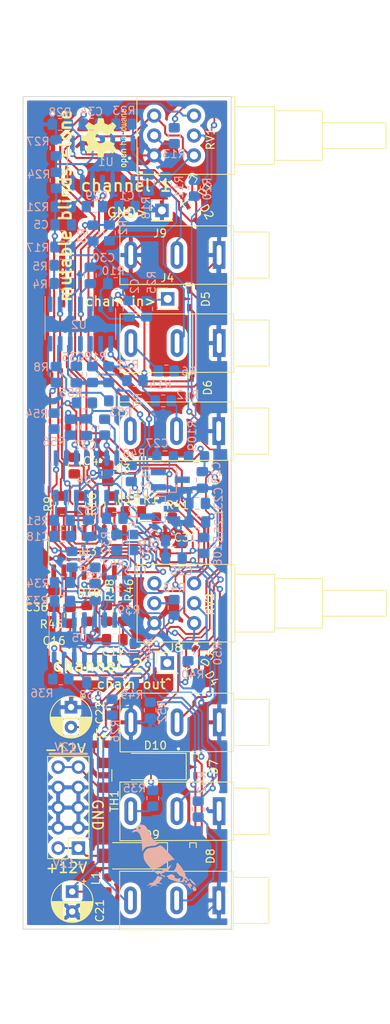
<source format=kicad_pcb>
(kicad_pcb (version 20211014) (generator pcbnew)
  (layers (0 "F.Cu" signal) (31 "B.Cu" signal) (34 "B.Paste" user) (35 "F.Paste" user) (36 "B.SilkS" user "B.Silkscreen") (37 "F.SilkS" user "F.Silkscreen") (38 "B.Mask" user) (39 "F.Mask" user) (44 "Edge.Cuts" user))
  (net 0 "")
  (net 1 "Net-(C1-Pad1)")
  (net 2 "Net-(C1-Pad2)")
  (net 3 "Net-(C2-Pad1)")
  (net 4 "Net-(C2-Pad2)")
  (net 5 "GND")
  (net 6 "Net-(C3-Pad2)")
  (net 7 "Net-(C4-Pad2)")
  (net 8 "Net-(C5-Pad1)")
  (net 9 "Net-(C5-Pad2)")
  (net 10 "Net-(U5-Pad13)")
  (net 11 "Net-(C14-Pad1)")
  (net 12 "Net-(C14-Pad2)")
  (net 13 "Net-(C15-Pad1)")
  (net 14 "Net-(C15-Pad2)")
  (net 15 "Net-(C16-Pad2)")
  (net 16 "Net-(C17-Pad2)")
  (net 17 "Net-(C18-Pad1)")
  (net 18 "Net-(C18-Pad2)")
  (net 19 "VCC")
  (net 20 "VEE")
  (net 21 "AREF_+10")
  (net 22 "AREF_-10")
  (net 23 "Net-(D1-Pad1)")
  (net 24 "Net-(D1-Pad2)")
  (net 25 "Net-(D3-Pad1)")
  (net 26 "Net-(D3-Pad2)")
  (net 27 "Net-(D5-Pad1)")
  (net 28 "Net-(D5-Pad2)")
  (net 29 "Net-(D7-Pad1)")
  (net 30 "Net-(D7-Pad2)")
  (net 31 "Net-(D9-Pad1)")
  (net 32 "Net-(D9-Pad2)")
  (net 33 "Net-(J1-PadT)")
  (net 34 "Net-(J1-PadTN)")
  (net 35 "Net-(J2-PadT)")
  (net 36 "Net-(J3-PadT)")
  (net 37 "Net-(J3-PadTN)")
  (net 38 "Net-(J5-PadT)")
  (net 39 "Net-(J6-PadT)")
  (net 40 "Net-(J6-PadTN)")
  (net 41 "Net-(J7-PadT)")
  (net 42 "Net-(J13-Pad10)")
  (net 43 "Net-(L2-Pad1)")
  (net 44 "Net-(R1-Pad1)")
  (net 45 "Net-(R4-Pad1)")
  (net 46 "Net-(R4-Pad2)")
  (net 47 "Net-(R7-Pad2)")
  (net 48 "Net-(R29-Pad2)")
  (net 49 "Net-(R16-Pad2)")
  (net 50 "Net-(R13-Pad1)")
  (net 51 "Net-(R14-Pad1)")
  (net 52 "Net-(R18-Pad2)")
  (net 53 "Net-(R20-Pad1)")
  (net 54 "Net-(R23-Pad2)")
  (net 55 "Net-(R24-Pad1)")
  (net 56 "Net-(R30-Pad1)")
  (net 57 "Net-(R33-Pad1)")
  (net 58 "Net-(R33-Pad2)")
  (net 59 "Net-(R38-Pad1)")
  (net 60 "Net-(R41-Pad1)")
  (net 61 "Net-(R43-Pad1)")
  (net 62 "Net-(R44-Pad1)")
  (net 63 "Net-(R48-Pad2)")
  (net 64 "Net-(R50-Pad1)")
  (net 65 "Net-(R53-Pad2)")
  (net 66 "Net-(R54-Pad1)")
  (net 67 "Net-(J7-PadTN)")
  (net 68 "Net-(U5-Pad14)")
  (net 69 "Net-(R25-Pad2)")
  (footprint "Capacitor_SMD:C_0805_2012Metric_Pad1.18x1.45mm_HandSolder" (layer "F.Cu") (at 59.69 87.63 -90)
    (fp_text reference "C4")
    (fp_text value "560p")
  )
  (footprint "Capacitor_SMD:C_0805_2012Metric_Pad1.18x1.45mm_HandSolder" (layer "F.Cu") (at 63.9 88.6 -90)
    (fp_text reference "C3")
    (fp_text value "560p")
  )
  (footprint "urbsLib:open_hardware_logo" (layer "F.Cu") (at 63.525 46.525 90)
    (fp_text reference "G***" hide)
    (fp_text value "LOGO" hide)
  )
  (footprint "Resistor_SMD:R_0805_2012Metric_Pad1.20x1.40mm_HandSolder" (layer "F.Cu") (at 65.85 106.172 90)
    (fp_text reference "R46")
    (fp_text value "510")
  )
  (footprint "urbsLib:Jack_3.5mm_PJ323_Horizontal" (layer "F.Cu") (at 72.6 119.85 -90)
    (fp_text reference "J5" hide)
    (fp_text value "AudioJack2_SwitchT")
  )
  (footprint "urbsLib:LED_2106Metric_Pad0.9x0.5mm" (layer "F.Cu") (at 74.45 77.75 -90)
    (fp_text reference "D6")
    (fp_text value "LED1")
  )
  (footprint "Connector_PinHeader_2.54mm:PinHeader_1x01_P2.54mm_Vertical" (layer "F.Cu") (at 71.425 66.7)
    (fp_text reference "J4")
    (fp_text value "Conn_01x01_Male")
  )
  (footprint "urbsLib:LED_2106Metric_Pad0.9x0.5mm" (layer "F.Cu") (at 74.2825 111.559697 -120)
    (fp_text reference "D3")
    (fp_text value "LED2")
  )
  (footprint "urbsLib:Blinds-2Channel-FrontPanel" (layer "F.Cu") (at 99.125 101.75)
    (fp_text reference "G***" hide)
    (fp_text value "LOGO" hide)
  )
  (footprint "Package_SO:SOIC-16_3.9x9.9mm_P1.27mm" (layer "F.Cu") (at 61.55 98.525 -90)
    (fp_text reference "U3")
    (fp_text value "SSI2164")
  )
  (footprint "Diode_SMD:D_SMA_Handsoldering" (layer "F.Cu") (at 69.35 125.4 180)
    (fp_text reference "D10")
    (fp_text value "D")
  )
  (footprint "Capacitor_SMD:C_0805_2012Metric_Pad1.18x1.45mm_HandSolder" (layer "F.Cu") (at 64.77 109.474)
    (fp_text reference "C17")
    (fp_text value "560p")
  )
  (footprint "Resistor_SMD:R_0805_2012Metric_Pad1.20x1.40mm_HandSolder" (layer "F.Cu") (at 60.375 92.45 -90)
    (fp_text reference "R16")
    (fp_text value "510")
  )
  (footprint "Capacitor_THT:CP_Radial_D5.0mm_P2.50mm" (layer "F.Cu") (at 59.275 117.944888 -90)
    (fp_text reference "C22")
    (fp_text value "22u")
  )
  (footprint "Resistor_SMD:R_0805_2012Metric_Pad1.20x1.40mm_HandSolder" (layer "F.Cu") (at 59.175 106.425 -90)
    (fp_text reference "R45")
    (fp_text value "510")
  )
  (footprint "Resistor_SMD:R_0805_2012Metric_Pad1.20x1.40mm_HandSolder" (layer "F.Cu") (at 58.075 92.45 90)
    (fp_text reference "R9")
    (fp_text value "33k2")
  )
  (footprint "Capacitor_SMD:C_0805_2012Metric_Pad1.18x1.45mm_HandSolder" (layer "F.Cu") (at 71.12 97.59 -90)
    (fp_text reference "C31")
    (fp_text value "100n")
  )
  (footprint "urbsLib:LED_2106Metric_Pad0.9x0.5mm" (layer "F.Cu") (at 74.1 66.7 -90)
    (fp_text reference "D5")
    (fp_text value "LED2")
  )
  (footprint "Inductor_SMD:L_0603_1608Metric_Pad1.05x0.95mm_HandSolder" (layer "F.Cu") (at 63.05 122.6)
    (fp_text reference "L2")
    (fp_text value "742792664")
  )
  (footprint "Inductor_SMD:L_0603_1608Metric_Pad1.05x0.95mm_HandSolder" (layer "F.Cu") (at 63.9 140.2 -90)
    (fp_text reference "L1")
    (fp_text value "742792664")
  )
  (footprint "Resistor_SMD:R_0805_2012Metric_Pad1.20x1.40mm_HandSolder" (layer "F.Cu") (at 71 94.2)
    (fp_text reference "R41")
    (fp_text value "DNP")
  )
  (footprint "urbsLib:Jack_3.5mm_PJ323_Horizontal" (layer "F.Cu") (at 72.5822 131 -90)
    (fp_text reference "J3" hide)
    (fp_text value "AudioJack2_SwitchT")
  )
  (footprint "Capacitor_THT:CP_Radial_D5.0mm_P2.50mm" (layer "F.Cu") (at 59.425 141.094888 -90)
    (fp_text reference "C21")
    (fp_text value "22u")
  )
  (footprint "urbsLib:LED_2106Metric_Pad0.9x0.5mm" (layer "F.Cu") (at 74.45 55.9675 -60)
    (fp_text reference "D2")
    (fp_text value "LED1")
  )
  (footprint "urbsLib:Potentiometer_Alps_RK097_Dual_Horizontal" (layer "F.Cu") (at 74.725 48.7)
    (fp_text reference "RV1")
    (fp_text value "10kB")
  )
  (footprint "urbsLib:LED_2106Metric_Pad0.9x0.5mm" (layer "F.Cu") (at 74.80821 114.6425 -60)
    (fp_text reference "D4")
    (fp_text value "LED1")
  )
  (footprint "Connector_PinHeader_2.54mm:PinHeader_1x01_P2.54mm_Vertical" (layer "F.Cu") (at 70.7 55.6)
    (fp_text reference "J9")
    (fp_text value "Conn_01x01_Male")
  )
  (footprint "urbsLib:LED_2106Metric_Pad0.9x0.5mm" (layer "F.Cu") (at 74.9 125.45 -90)
    (fp_text reference "D7")
    (fp_text value "LED2")
  )
  (footprint "Connector_PinHeader_2.54mm:PinHeader_1x01_P2.54mm_Vertical" (layer "F.Cu") (at 71.375 112.4)
    (fp_text reference "J8")
    (fp_text value "Conn_01x01_Male")
  )
  (footprint "urbsLib:Jack_3.5mm_PJ323_Horizontal" (layer "F.Cu") (at 72.55 142.2 -90)
    (fp_text reference "J7" hide)
    (fp_text value "AudioJack2_SwitchT")
  )
  (footprint "urbsLib:Potentiometer_Alps_RK097_Dual_Horizontal" (layer "F.Cu") (at 74.75 107.4)
    (fp_text reference "RV2")
    (fp_text value "10kB")
  )
  (footprint "Resistor_SMD:R_0805_2012Metric_Pad1.20x1.40mm_HandSolder" (layer "F.Cu") (at 61.275 106.175 -90)
    (fp_text reference "R30")
    (fp_text value "100k")
  )
  (footprint "Connector_PinHeader_2.54mm:PinHeader_2x05_P2.54mm_Vertical" (layer "F.Cu") (at 60.203 135.631 180)
    (fp_text reference "J13" hide)
    (fp_text value "Conn_02x05_Odd_Even")
  )
  (footprint "urbsLib:LED_2106Metric_Pad0.9x0.5mm" (layer "F.Cu") (at 73.9575 52.85 -120)
    (fp_text reference "D1")
    (fp_text value "LED2")
  )
  (footprint "Capacitor_SMD:C_0805_2012Metric_Pad1.18x1.45mm_HandSolder" (layer "F.Cu") (at 60.452 109.474 180)
    (fp_text reference "C16")
    (fp_text value "560p")
  )
  (footprint "Resistor_SMD:R_0805_2012Metric_Pad1.20x1.40mm_HandSolder" (layer "F.Cu") (at 63.754 106.172 -90)
    (fp_text reference "R38")
    (fp_text value "33k2")
  )
  (footprint "urbsLib:Jack_3.5mm_PJ323_Horizontal" (layer "F.Cu") (at 72.5822 61.2 -90)
    (fp_text reference "J2" hide)
    (fp_text value "AudioJack2_SwitchT")
  )
  (footprint "Diode_SMD:D_SMA_Handsoldering" (layer "F.Cu") (at 67 136.6 180)
    (fp_text reference "D9")
    (fp_text value "D")
  )
  (footprint "Resistor_SMD:R_0805_2012Metric_Pad1.20x1.40mm_HandSolder" (layer "F.Cu") (at 64.262 92.456 90)
    (fp_text reference "R15")
    (fp_text value "510")
  )
  (footprint "urbsLib:LED_2106Metric_Pad0.9x0.5mm" (layer "F.Cu") (at 74.6 136.65 -90)
    (fp_text reference "D8")
    (fp_text value "LED1")
  )
  (footprint "urbsLib:Jack_3.5mm_PJ323_Horizontal" (layer "F.Cu") (at 72.6 72.25 -90)
    (fp_text reference "J1" hide)
    (fp_text value "AudioJack2_SwitchT")
  )
  (footprint "Resistor_SMD:R_0805_2012Metric_Pad1.20x1.40mm_HandSolder" (layer "F.Cu") (at 67.1 93.41)
    (fp_text reference "R1")
    (fp_text value "100k")
  )
  (footprint "urbsLib:Jack_3.5mm_PJ323_Horizontal" (layer "F.Cu") (at 72.5322 83.3 -90)
    (fp_text reference "J6" hide)
    (fp_text value "AudioJack2_SwitchT")
  )
  (footprint "Capacitor_SMD:C_0805_2012Metric_Pad1.18x1.45mm_HandSolder" (layer "F.Cu") (at 57.125 104.375 90)
    (fp_text reference "C36")
    (fp_text value "100n")
  )
  (footprint "Resistor_SMD:R_1206_3216Metric_Pad1.30x1.75mm_HandSolder" (layer "F.Cu") (at 63.5 126.5 90)
    (fp_text reference "TH1")
    (fp_text value "Thermistor_PTC")
  )
  (footprint "Resistor_SMD:R_0805_2012Metric_Pad1.20x1.40mm_HandSolder" (layer "B.Cu") (at 67.31 76.962)
    (fp_text reference "R14")
    (fp_text value "1M")
  )
  (footprint "Resistor_SMD:R_0805_2012Metric_Pad1.20x1.40mm_HandSolder" (layer "B.Cu") (at 69.55 129.375 90)
    (fp_text reference "R35")
    (fp_text value "100k")
  )
  (footprint "Resistor_SMD:R_0805_2012Metric_Pad1.20x1.40mm_HandSolder" (layer "B.Cu") (at 58 114.4 180)
    (fp_text reference "R36")
    (fp_text value "4k3")
  )
  (footprint "Resistor_SMD:R_0805_2012Metric_Pad1.20x1.40mm_HandSolder" (layer "B.Cu") (at 65.9 44.775 180)
    (fp_text reference "R23")
    (fp_text value "100k")
  )
  (footprint "Resistor_SMD:R_0805_2012Metric_Pad1.20x1.40mm_HandSolder" (layer "B.Cu") (at 67.056 97.282 -90)
    (fp_text reference "R31")
    (fp_text value "100k")
  )
  (footprint "Resistor_SMD:R_0805_2012Metric_Pad1.20x1.40mm_HandSolder" (layer "B.Cu") (at 57.404 47.752 -90)
    (fp_text reference "R27")
    (fp_text value "1M")
  )
  (footprint "Resistor_SMD:R_0805_2012Metric_Pad1.20x1.40mm_HandSolder" (layer "B.Cu") (at 67.325 110.9 90)
    (fp_text reference "R44")
    (fp_text value "1M")
  )
  (footprint "Capacitor_SMD:C_0805_2012Metric_Pad1.18x1.45mm_HandSolder" (layer "B.Cu") (at 62.3 103.5 90)
    (fp_text reference "C33")
    (fp_text value "100n")
  )
  (footprint "Resistor_SMD:R_0805_2012Metric_Pad1.20x1.40mm_HandSolder" (layer "B.Cu") (at 64.008 76.2 90)
    (fp_text reference "R22")
    (fp_text value "1k2")
  )
  (footprint "Resistor_SMD:R_0805_2012Metric_Pad1.20x1.40mm_HandSolder" (layer "B.Cu") (at 75.95 111.1 -90)
    (fp_text reference "R50")
    (fp_text value "100k")
  )
  (footprint "Resistor_SMD:R_0805_2012Metric_Pad1.20x1.40mm_HandSolder" (layer "B.Cu") (at 58.166 62.484 180)
    (fp_text reference "R5")
    (fp_text value "4k3")
  )
  (footprint "Capacitor_SMD:C_0805_2012Metric_Pad1.18x1.45mm_HandSolder" (layer "B.Cu") (at 58.166 96.52)
    (fp_text reference "C18")
    (fp_text value "47p")
  )
  (footprint "Package_TO_SOT_SMD:SOT-23_Handsoldering" (layer "B.Cu") (at 70.375 93.075)
    (fp_text reference "D11")
    (fp_text value "LM4040DBZ-10")
  )
  (footprint "Resistor_SMD:R_0805_2012Metric_Pad1.20x1.40mm_HandSolder" (layer "B.Cu") (at 71.15 52.35 -90)
    (fp_text reference "R11")
    (fp_text value "205k")
  )
  (footprint "Capacitor_SMD:C_0805_2012Metric_Pad1.18x1.45mm_HandSolder" (layer "B.Cu") (at 71.1 86.525)
    (fp_text reference "C27")
    (fp_text value "100n")
  )
  (footprint "Capacitor_SMD:C_0805_2012Metric_Pad1.18x1.45mm_HandSolder" (layer "B.Cu") (at 66.294 55.118 180)
    (fp_text reference "C1")
    (fp_text value "47p")
  )
  (footprint "Resistor_SMD:R_0805_2012Metric_Pad1.20x1.40mm_HandSolder" (layer "B.Cu") (at 66.85 88.625 90)
    (fp_text reference "R48")
    (fp_text value "100k")
  )
  (footprint "Resistor_SMD:R_0805_2012Metric_Pad1.20x1.40mm_HandSolder" (layer "B.Cu") (at 57.404 51.816 -90)
    (fp_text reference "R24")
    (fp_text value "1M")
  )
  (footprint "Capacitor_SMD:C_0805_2012Metric_Pad1.18x1.45mm_HandSolder" (layer "B.Cu") (at 61.7 63.754 -90)
    (fp_text reference "C30")
    (fp_text value "100n")
  )
  (footprint "Capacitor_SMD:C_0805_2012Metric_Pad1.18x1.45mm_HandSolder" (layer "B.Cu") (at 58.3 57.404)
    (fp_text reference "C5")
    (fp_text value "47p")
  )
  (footprint "Package_SO:SOIC-14_3.9x8.7mm_P1.27mm" (layer "B.Cu") (at 60.96 109.474 -90)
    (fp_text reference "U5")
    (fp_text value "OPA4171")
  )
  (footprint "Resistor_SMD:R_0805_2012Metric_Pad1.20x1.40mm_HandSolder" (layer "B.Cu") (at 72.225 105.45 -90)
    (fp_text reference "R43")
    (fp_text value "100k")
  )
  (footprint "Resistor_SMD:R_0805_2012Metric_Pad1.20x1.40mm_HandSolder" (layer "B.Cu") (at 64.1 58.42 -90)
    (fp_text reference "R2")
    (fp_text value "100k")
  )
  (footprint "Resistor_SMD:R_0805_2012Metric_Pad1.20x1.40mm_HandSolder" (layer "B.Cu") (at 62.3 99.4 -90)
    (fp_text reference "R47")
    (fp_text value "33k2")
  )
  (footprint "Resistor_SMD:R_0805_2012Metric_Pad1.20x1.40mm_HandSolder" (layer "B.Cu") (at 60.96 79.756 180)
    (fp_text reference "R55")
    (fp_text value "1M")
  )
  (footprint "Package_TO_SOT_SMD:SOT-23_Handsoldering" (layer "B.Cu") (at 71.75 89.4)
    (fp_text reference "D12")
    (fp_text value "LM4040DBZ-10")
  )
  (footprint "Capacitor_SMD:C_0805_2012Metric_Pad1.18x1.45mm_HandSolder" (layer "B.Cu") (at 62.3 114.85 180)
    (fp_text reference "C38")
    (fp_text value "100n")
  )
  (footprint "Capacitor_SMD:C_0805_2012Metric_Pad1.18x1.45mm_HandSolder" (layer "B.Cu") (at 75.125 92.375)
    (fp_text reference "C23")
    (fp_text value "100n")
  )
  (footprint "Resistor_SMD:R_0805_2012Metric_Pad1.20x1.40mm_HandSolder" (layer "B.Cu") (at 75.05 86.5)
    (fp_text reference "R109")
    (fp_text value "1k2")
  )
  (footprint "Resistor_SMD:R_0805_2012Metric_Pad1.20x1.40mm_HandSolder" (layer "B.Cu") (at 69 52.15 90)
    (fp_text reference "R18")
    (fp_text value "100k")
  )
  (footprint "Resistor_SMD:R_0805_2012Metric_Pad1.20x1.40mm_HandSolder" (layer "B.Cu") (at 57.925 44.8)
    (fp_text reference "R28")
    (fp_text value "1k2")
  )
  (footprint "Resistor_SMD:R_0805_2012Metric_Pad1.20x1.40mm_HandSolder" (layer "B.Cu") (at 62.05 58.45 -90)
    (fp_text reference "R3")
    (fp_text value "100k")
  )
  (footprint "Resistor_SMD:R_0805_2012Metric_Pad1.20x1.40mm_HandSolder" (layer "B.Cu") (at 58.166 64.77)
    (fp_text reference "R4")
    (fp_text value "4k3")
  )
  (footprint "urbsLib:Taube-2" (layer "B.Cu") (at 71 136.95 180)
    (fp_text reference "G***" hide)
    (fp_text value "LOGO" hide)
  )
  (footprint "Resistor_SMD:R_0805_2012Metric_Pad1.20x1.40mm_HandSolder" (layer "B.Cu") (at 58.2 102.3 180)
    (fp_text reference "R34")
    (fp_text value "4k3")
  )
  (footprint "Resistor_SMD:R_0805_2012Metric_Pad1.20x1.40mm_HandSolder" (layer "B.Cu") (at 73.975 111.125 -90)
    (fp_text reference "R40")
    (fp_text value "205k")
  )
  (footprint "Resistor_SMD:R_0805_2012Metric_Pad1.20x1.40mm_HandSolder" (layer "B.Cu") (at 65.024 97.282 -90)
    (fp_text reference "R32")
    (fp_text value "100k")
  )
  (footprint "Resistor_SMD:R_0805_2012Metric_Pad1.20x1.40mm_HandSolder" (layer "B.Cu") (at 57.15 82.042 -90)
    (fp_text reference "R54")
    (fp_text value "1M")
  )
  (footprint "Resistor_SMD:R_0805_2012Metric_Pad1.20x1.40mm_HandSolder" (layer "B.Cu") (at 58.2 104.648)
    (fp_text reference "R33")
    (fp_text value "4k3")
  )
  (footprint "Resistor_SMD:R_0805_2012Metric_Pad1.20x1.40mm_HandSolder" (layer "B.Cu") (at 75.25 130.75 90)
    (fp_text reference "R42")
    (fp_text value "402")
  )
  (footprint "urbsLib:Taube-1" (layer "B.Cu") (at 71 136.85 180)
    (fp_text reference "G***" hide)
    (fp_text value "LOGO" hide)
  )
  (footprint "Resistor_SMD:R_0805_2012Metric_Pad1.20x1.40mm_HandSolder" (layer "B.Cu") (at 72.25 46.225 90)
    (fp_text reference "R13")
    (fp_text value "100k")
  )
  (footprint "Resistor_SMD:R_0805_2012Metric_Pad1.20x1.40mm_HandSolder" (layer "B.Cu") (at 61.976 76.2 90)
    (fp_text reference "R19")
    (fp_text value "1M")
  )
  (footprint "Package_SO:SOIC-14_3.9x8.7mm_P1.27mm" (layer "B.Cu") (at 60.452 69.85 -90)
    (fp_text reference "U2")
    (fp_text value "OPA4171")
  )
  (footprint "Capacitor_SMD:C_0805_2012Metric_Pad1.18x1.45mm_HandSolder" (layer "B.Cu") (at 75.15 94.7)
    (fp_text reference "C25")
    (fp_text value "100n")
  )
  (footprint "Resistor_SMD:R_0805_2012Metric_Pad1.20x1.40mm_HandSolder" (layer "B.Cu") (at 71.25 75.75)
    (fp_text reference "R6")
    (fp_text value "100k")
  )
  (footprint "Resistor_SMD:R_0805_2012Metric_Pad1.20x1.40mm_HandSolder" (layer "B.Cu") (at 69.225 118.325 90)
    (fp_text reference "R52")
    (fp_text value "1k2")
  )
  (footprint "Capacitor_SMD:C_0805_2012Metric_Pad1.18x1.45mm_HandSolder" (layer "B.Cu") (at 64.77 94.234 180)
    (fp_text reference "C14")
    (fp_text value "47p")
  )
  (footprint "Capacitor_SMD:C_0805_2012Metric_Pad1.18x1.45mm_HandSolder" (layer "B.Cu") (at 66.575 67.95 -90)
    (fp_text reference "C2")
    (fp_text value "47p")
  )
  (footprint "Resistor_SMD:R_0805_2012Metric_Pad1.20x1.40mm_HandSolder" (layer "B.Cu") (at 70.866 79.502 180)
    (fp_text reference "R12")
    (fp_text value "402")
  )
  (footprint "Package_SO:SOIC-14_3.9x8.7mm_P1.27mm" (layer "B.Cu") (at 63.246 49.65 90)
    (fp_text reference "U1")
    (fp_text value "OPA4171")
  )
  (footprint "Resistor_SMD:R_0805_2012Metric_Pad1.20x1.40mm_HandSolder" (layer "B.Cu") (at 58.3 55.118)
    (fp_text reference "R21")
    (fp_text value "100k")
  )
  (footprint "Resistor_SMD:R_0805_2012Metric_Pad1.20x1.40mm_HandSolder" (layer "B.Cu") (at 57.404 76.2 -90)
    (fp_text reference "R8")
    (fp_text value "4k3")
  )
  (footprint "Resistor_SMD:R_0805_2012Metric_Pad1.20x1.40mm_HandSolder" (layer "B.Cu") (at 65.278 104.14 180)
    (fp_text reference "R39")
    (fp_text value "66k5")
  )
  (footprint "Capacitor_SMD:C_0805_2012Metric_Pad1.18x1.45mm_HandSolder" (layer "B.Cu") (at 72.21 99.24)
    (fp_text reference "C26")
    (fp_text value "100n")
  )
  (footprint "urbsLib:taubexyz-xl" (layer "B.Cu") (at 69.125 124.95 180)
    (fp_text reference "G***" hide)
    (fp_text value "LOGO" hide)
  )
  (footprint "Capacitor_SMD:C_0805_2012Metric_Pad1.18x1.45mm_HandSolder" (layer "B.Cu") (at 72.18 97.05)
    (fp_text reference "C24")
    (fp_text value "100n")
  )
  (footprint "Resistor_SMD:R_0805_2012Metric_Pad1.20x1.40mm_HandSolder" (layer "B.Cu") (at 58.25 60.198 180)
    (fp_text reference "R17")
    (fp_text value "33k2")
  )
  (footprint "Resistor_SMD:R_0805_2012Metric_Pad1.20x1.40mm_HandSolder" (layer "B.Cu") (at 64.9 64.775 180)
    (fp_text reference "R10")
    (fp_text value "66k5")
  )
  (footprint "Resistor_SMD:R_0805_2012Metric_Pad1.20x1.40mm_HandSolder" (layer "B.Cu") (at 65.024 79.502 180)
    (fp_text reference "R7")
    (fp_text value "3k9")
  )
  (footprint "Resistor_SMD:R_0805_2012Metric_Pad1.20x1.40mm_HandSolder" (layer "B.Cu") (at 58.166 94.488)
    (fp_text reference "R51")
    (fp_text value "100k")
  )
  (footprint "Package_SO:SOIC-14_3.9x8.7mm_P1.27mm" (layer "B.Cu") (at 61.214 89.154 90)
    (fp_text reference "U4")
    (fp_text value "OPA4171")
  )
  (footprint "Capacitor_SMD:C_0805_2012Metric_Pad1.18x1.45mm_HandSolder" (layer "B.Cu") (at 65.278 102.108 180)
    (fp_text reference "C15")
    (fp_text value "47p")
  )
  (footprint "Capacitor_SMD:C_0805_2012Metric_Pad1.18x1.45mm_HandSolder" (layer "B.Cu") (at 59.944 76.2 -90)
    (fp_text reference "C35")
    (fp_text value "100n")
  )
  (footprint "Resistor_SMD:R_0805_2012Metric_Pad1.20x1.40mm_HandSolder" (layer "B.Cu") (at 68.775 67.95 90)
    (fp_text reference "R25")
    (fp_text value "66k5")
  )
  (footprint "Resistor_SMD:R_0805_2012Metric_Pad1.20x1.40mm_HandSolder" (layer "B.Cu") (at 59.4 99.4 90)
    (fp_text reference "R29")
    (fp_text value "66k5")
  )
  (footprint "Capacitor_SMD:C_0805_2012Metric_Pad1.18x1.45mm_HandSolder" (layer "B.Cu") (at 75.775 89.425 90)
    (fp_text reference "C28")
    (fp_text value "100n")
  )
  (footprint "Capacitor_SMD:C_0805_2012Metric_Pad1.18x1.45mm_HandSolder" (layer "B.Cu") (at 61.85 44.775)
    (fp_text reference "C34")
    (fp_text value "100n")
  )
  (footprint "Capacitor_SMD:C_0805_2012Metric_Pad1.18x1.45mm_HandSolder" (layer "B.Cu") (at 61.214 82.804 90)
    (fp_text reference "C37")
    (fp_text value "100n")
  )
  (footprint "Resistor_SMD:R_0805_2012Metric_Pad1.20x1.40mm_HandSolder" (layer "B.Cu") (at 74.775 52.8 -90)
    (fp_text reference "R20")
    (fp_text value "100k")
  )
  (footprint "Resistor_SMD:R_0805_2012Metric_Pad1.20x1.40mm_HandSolder" (layer "B.Cu") (at 75.975 97.65 -90)
    (fp_text reference "R108")
    (fp_text value "1k2")
  )
  (footprint "Resistor_SMD:R_0805_2012Metric_Pad1.20x1.40mm_HandSolder" (layer "B.Cu") (at 63.5 82.804 -90)
    (fp_text reference "R53")
    (fp_text value "100k")
  )
  (footprint "Capacitor_SMD:C_0805_2012Metric_Pad1.18x1.45mm_HandSolder" (layer "B.Cu") (at 62.23 55.118)
    (fp_text reference "C29")
    (fp_text value "100n")
  )
  (footprint "Resistor_SMD:R_0805_2012Metric_Pad1.20x1.40mm_HandSolder" (layer "B.Cu") (at 66.225 114.875 180)
    (fp_text reference "R49")
    (fp_text value "1M")
  )
  (footprint "Resistor_SMD:R_0805_2012Metric_Pad1.20x1.40mm_HandSolder" (layer "B.Cu") (at 64.425 117.95 90)
    (fp_text reference "R26")
    (fp_text value "3k9")
  )
  (footprint "Capacitor_SMD:C_0805_2012Metric_Pad1.18x1.45mm_HandSolder" (layer "B.Cu") (at 61.468 95.504 90)
    (fp_text reference "C32")
    (fp_text value "100n")
  )
  (footprint "Resistor_SMD:R_0805_2012Metric_Pad1.20x1.40mm_HandSolder" (layer "B.Cu") (at 59.182 82.804 -90)
    (fp_text reference "R56")
    (fp_text value "1k2")
  )
  (gr_line (start 56.6 123.8) (end 61.25 123.8) (layer "B.SilkS") (width 0.3))
  (gr_line (start 53.25 145.8) (end 53.25 41.3) (layer "Edge.Cuts") (width 0.1))
  (gr_line (start 53.25 145.8) (end 79.425 145.8) (layer "Edge.Cuts") (width 0.1))
  (gr_line (start 79.4 41.3) (end 53.25 41.3) (layer "Edge.Cuts") (width 0.1))
  (gr_line (start 79.4 41.3) (end 79.425 145.8) (layer "Edge.Cuts") (width 0.1))
  (gr_text "+12V" (at 59 137.6) (layer "B.SilkS") (effects (font (size 1 1)) (justify mirror)))
  (gr_text "-12V" (at 59.2 122.95) (layer "B.SilkS") (effects (font (size 1 1)) (justify mirror)))
  (gr_text "chain out^" (at 67.175 115.05) (layer "F.SilkS") (effects (font (size 1.2 1.2) (thickness 0.2))))
  (gr_text "channel 2" (at 62.65 112.7) (layer "F.SilkS") (effects (font (size 1.5 1.5) (thickness 0.25))))
  (gr_text "+12V" (at 58.7 138.1) (layer "F.SilkS") (effects (font (size 1.3 1.3) (thickness 0.2))))
  (gr_text "GND>" (at 66.375 55.875) (layer "F.SilkS") (effects (font (size 1.2 1.2) (thickness 0.2))))
  (gr_text "channel 1" (at 66.2 52.475) (layer "F.SilkS") (effects (font (size 1.5 1.5) (thickness 0.25))))
  (gr_text "chain in>" (at 65.525 67) (layer "F.SilkS") (effects (font (size 1.2 1.2) (thickness 0.2))))
  (gr_text "-12V" (at 58.55 123.25) (layer "F.SilkS") (effects (font (size 1.3 1.3) (thickness 0.2))))
  (gr_text "mutable blinds clone\n" (at 58.55 55 90) (layer "F.SilkS") (effects (font (size 1.5 1.5) (thickness 0.3))))
  (gr_text "GND" (at 62.6 131.475 270) (layer "F.SilkS") (effects (font (size 1.3 1.3) (thickness 0.2))))
  (segment (start 66.547701 91.952299) (end 66.9 91.6) (width 0.25) (layer "F.Cu") (net 1))
  (segment (start 63.119 94.027224) (end 63.119 92.837) (width 0.25) (layer "F.Cu") (net 1))
  (segment (start 63.445888 94.354112) (end 63.119 94.027224) (width 0.25) (layer "F.Cu") (net 1))
  (segment (start 63.455 96.434296) (end 62.464296 97.425) (width 0.25) (layer "F.Cu") (net 1))
  (segment (start 63.455 96.05) (end 63.455 96.434296) (width 0.25) (layer "F.Cu") (net 1))
  (segment (start 62.464296 97.425) (end 59.85 97.425) (width 0.25) (layer "F.Cu") (net 1))
  (segment (start 65.527701 91.952299) (end 66.547701 91.952299) (width 0.25) (layer "F.Cu") (net 1))
  (segment (start 63.455 96.05) (end 63.455 94.363224) (width 0.25) (layer "F.Cu") (net 1))
  (segment (start 65.024 92.456) (end 65.527701 91.952299) (width 0.25) (layer "F.Cu") (net 1))
  (segment (start 63.119 92.837) (end 63.5 92.456) (width 0.25) (layer "F.Cu") (net 1))
  (segment (start 69.1 81.776) (end 69.1 80.95) (width 0.25) (layer "F.Cu") (net 1))
  (segment (start 59.85 97.425) (end 59.645 97.22) (width 0.25) (layer "F.Cu") (net 1))
  (segment (start 69.088 81.788) (end 69.1 81.776) (width 0.25) (layer "F.Cu") (net 1))
  (segment (start 69.1 80.95) (end 67.8627 79.7127) (width 0.25) (layer "F.Cu") (net 1))
  (segment (start 59.645 97.22) (end 59.645 96.05) (width 0.25) (layer "F.Cu") (net 1))
  (segment (start 65.616 56.134) (end 66.802 56.134) (width 0.25) (layer "F.Cu") (net 1))
  (segment (start 61.468 73.6934) (end 61.468 60.282) (width 0.25) (layer "F.Cu") (net 1))
  (segment (start 67.8627 79.7127) (end 67.4873 79.7127) (width 0.25) (layer "F.Cu") (net 1))
  (segment (start 61.468 60.282) (end 65.616 56.134) (width 0.25) (layer "F.Cu") (net 1))
  (segment (start 63.455 94.363224) (end 63.445888 94.354112) (width 0.25) (layer "F.Cu") (net 1))
  (segment (start 63.5 92.456) (end 65.024 92.456) (width 0.25) (layer "F.Cu") (net 1))
  (segment (start 67.4873 79.7127) (end 61.468 73.6934) (width 0.25) (layer "F.Cu") (net 1))
  (via (at 66.802 56.134) (size 0.8) (drill 0.4) (layers "F.Cu" "B.Cu") (net 1))
  (via (at 66.9 91.6) (size 0.8) (drill 0.4) (layers "F.Cu" "B.Cu") (net 1))
  (via (at 69.088 81.788) (size 0.8) (drill 0.4) (layers "F.Cu" "B.Cu") (net 1))
  (segment (start 67.056 52.259) (end 67.056 54.8425) (width 0.25) (layer "B.Cu") (net 1))
  (segment (start 68.403979 85.560317) (end 69.088 84.876296) (width 0.25) (layer "B.Cu") (net 1))
  (segment (start 68.403979 88.385806) (end 68.403979 85.560317) (width 0.25) (layer "B.Cu") (net 1))
  (segment (start 69.088 84.876296) (end 69.088 81.788) (width 0.25) (layer "B.Cu") (net 1))
  (segment (start 68.403978 88.822022) (end 68.403979 88.385806) (width 0.25) (layer "B.Cu") (net 1))
  (segment (start 68.326 90.898799) (end 68.326 88.9) (width 0.25) (layer "B.Cu") (net 1))
  (segment (start 67.999799 91.225) (end 68.326 90.898799) (width 0.25) (layer "B.Cu") (net 1))
  (segment (start 67.275 91.225) (end 67.999799 91.225) (width 0.25) (layer "B.Cu") (net 1))
  (segment (start 68.326 88.9) (end 68.403978 88.822022) (width 0.25) (layer "B.Cu") (net 1))
  (segment (start 67.3315 55.6045) (end 66.802 56.134) (width 0.25) (layer "B.Cu") (net 1))
  (segment (start 67.056 54.8425) (end 67.3315 55.118) (width 0.25) (layer "B.Cu") (net 1))
  (segment (start 67.3315 55.118) (end 67.3315 55.6045) (width 0.25) (layer "B.Cu") (net 1))
  (segment (start 66.9 91.6) (end 67.275 91.225) (width 0.25) (layer "B.Cu") (net 1))
  (segment (start 60.452 76.962) (end 58.75 75.26) (width 0.25) (layer "F.Cu") (net 2))
  (segment (start 58.75 73.9) (end 59.182 73.468) (width 0.25) (layer "F.Cu") (net 2))
  (segment (start 61.325999 88.847191) (end 61.325999 88.246993) (width 0.25) (layer "F.Cu") (net 2))
  (segment (start 62.185 95.215) (end 62.6 94.8) (width 0.25) (layer "F.Cu") (net 2))
  (segment (start 59.268 59.982) (end 61.05 58.2) (width 0.25) (layer "F.Cu") (net 2))
  (segment (start 62.6 90.121192) (end 61.325999 88.847191) (width 0.25) (layer "F.Cu") (net 2))
  (segment (start 59.182 73.468) (end 59.182 59.982) (width 0.25) (layer "F.Cu") (net 2))
  (segment (start 60.452 85.002) (end 60.452 76.962) (width 0.25) (layer "F.Cu") (net 2))
  (segment (start 62.185 96.05) (end 62.185 95.215) (width 0.25) (layer "F.Cu") (net 2))
  (segment (start 59.182 59.982) (end 59.268 59.982) (width 0.25) (layer "F.Cu") (net 2))
  (segment (start 61.505499 86.055499) (end 60.452 85.002) (width 0.25) (layer "F.Cu") (net 2))
  (segment (start 61.505499 88.067493) (end 61.505499 86.055499) (width 0.25) (layer "F.Cu") (net 2))
  (segment (start 61.325999 88.246993) (end 61.505499 88.067493) (width 0.25) (layer "F.Cu") (net 2))
  (segment (start 58.75 75.26) (end 58.75 73.9) (width 0.25) (layer "F.Cu") (net 2))
  (segment (start 62.6 94.8) (end 62.6 90.121192) (width 0.25) (layer "F.Cu") (net 2))
  (segment (start 61.05 58.2) (end 61.05 57.45) (width 0.25) (layer "F.Cu") (net 2))
  (via (at 61.05 57.45) (size 0.8) (drill 0.4) (layers "F.Cu" "B.Cu") (net 2))
  (segment (start 65.786 52.259) (end 65.786 54.5885) (width 0.25) (layer "B.Cu") (net 2))
  (segment (start 65.786 54.5885) (end 65.2565 55.118) (width 0.25) (layer "B.Cu") (net 2))
  (segment (start 65.2565 55.9175) (end 63.754 57.42) (width 0.25) (layer "B.Cu") (net 2))
  (segment (start 64.1 57.42) (end 62.08 57.42) (width 0.25) (layer "B.Cu") (net 2))
  (segment (start 65.2565 55.118) (end 65.2565 55.9175) (width 0.25) (layer "B.Cu") (net 2))
  (segment (start 62.08 57.42) (end 62.05 57.45) (width 0.25) (layer "B.Cu") (net 2))
  (segment (start 62.05 57.45) (end 61.05 57.45) (width 0.25) (layer "B.Cu") (net 2))
  (segment (start 68.5 69.525) (end 65.175 66.2) (width 0.25) (layer "F.Cu") (net 3))
  (segment (start 68.5 76) (end 68.5 69.525) (width 0.25) (layer "F.Cu") (net 3))
  (via (at 65.175 66.2) (size 0.8) (drill 0.4) (layers "F.Cu" "B.Cu") (net 3))
  (via (at 68.5 76) (size 0.8) (drill 0.4) (layers "F.Cu" "B.Cu") (net 3))
  (segment (start 68.31 77.946) (end 69.866 79.502) (width 0.25) (layer "B.Cu") (net 3))
  (segment (start 64.262 67.375) (end 64.262 67.113) (width 0.25) (layer "B.Cu") (net 3))
  (segment (start 65.825 65) (end 65.825 66.1625) (width 0.25) (layer "B.Cu") (net 3))
  (segment (start 68.5 76) (end 68.5 76.772) (width 0.25) (layer "B.Cu") (net 3))
  (segment (start 65.825 66.1625) (end 65.8625 66.2) (width 0.25) (layer "B.Cu") (net 3))
  (segment (start 65.8625 66.2) (end 66.575 66.9125) (width 0.25) (layer "B.Cu") (net 3))
  (segment (start 65.175 66.2) (end 65.8625 66.2) (width 0.25) (layer "B.Cu") (net 3))
  (segment (start 64.262 67.113) (end 65.175 66.2) (width 0.25) (layer "B.Cu") (net 3))
  (segment (start 68.5 76.772) (end 68.31 76.962) (width 0.25) (layer "B.Cu") (net 3))
  (segment (start 68.31 76.962) (end 68.31 77.946) (width 0.25) (layer "B.Cu") (net 3))
  (segment (start 65.9875 69.2) (end 66.2 68.9875) (width 0.25) (layer "B.Cu") (net 4))
  (segment (start 63.9 64.775) (end 63.9 62.5254) (width 0.25) (layer "B.Cu") (net 4))
  (segment (start 62.992 67.375) (end 62.992 68.142) (width 0.25) (layer "B.Cu") (net 4))
  (segment (start 59.25 62.4) (end 59.166 62.484) (width 0.25) (layer "B.Cu") (net 4))
  (segment (start 62.992 65.758) (end 62.992 67.375) (width 0.25) (layer "B.Cu") (net 4))
  (segment (start 59.25 61.282) (end 59.25 62.4) (width 0.25) (layer "B.Cu") (net 4))
  (segment (start 63.9 62.5254) (end 62.600099 61.225499) (width 0.25) (layer "B.Cu") (net 4))
  (segment (start 62.992 68.142) (end 64.05 69.2) (width 0.25) (layer "B.Cu") (net 4))
  (segment (start 66.575 68.9875) (end 68.7375 68.9875) (width 0.25) (layer "B.Cu") (net 4))
  (segment (start 62.992 65.683) (end 63.9 64.775) (width 0.25) (layer "B.Cu") (net 4))
  (segment (start 62.600099 61.225499) (end 59.306501 61.225499) (width 0.25) (layer "B.Cu") (net 4))
  (segment (start 62.992 67.375) (end 62.992 65.683) (width 0.25) (layer "B.Cu") (net 4))
  (segment (start 68.7375 68.9875) (end 68.775 68.95) (width 0.25) (layer "B.Cu") (net 4))
  (segment (start 59.306501 61.225499) (end 59.25 61.282) (width 0.25) (layer "B.Cu") (net 4))
  (segment (start 64.05 69.2) (end 65.9875 69.2) (width 0.25) (layer "B.Cu") (net 4))
  (segment (start 59.25 60.198) (end 59.25 61.282) (width 0.25) (layer "B.Cu") (net 4))
  (segment (start 58 98.0254) (end 58 98.65508) (width 0.25) (layer "F.Cu") (net 5))
  (segment (start 60.639 116.586) (end 61.3 115.925) (width 0.25) (layer "F.Cu") (net 5))
  (segment (start 76.15 119.85) (end 76.15 118.025402) (width 0.25) (layer "F.Cu") (net 5))
  (segment (start 61.468 110.236) (end 61.468 109.4955) (width 0.25) (layer "F.Cu") (net 5))
  (segment (start 72.2225 95.45) (end 71.12 96.5525) (width 0.25) (layer "F.Cu") (net 5))
  (segment (start 66.7822 61.2) (end 70.7 57.2822) (width 0.25) (layer "F.Cu") (net 5))
  (segment (start 56.648123 99.276877) (end 57.378203 99.276877) (width 0.25) (layer "F.Cu") (net 5))
  (segment (start 62.925 61.225) (end 62.2 61.95) (width 0.25) (layer "F.Cu") (net 5))
  (segment (start 69.596 64.008) (end 75.438 64.008) (width 0.25) (layer "F.Cu") (net 5))
  (segment (start 71.07548 96.50798) (end 71.12 96.5525) (width 0.25) (layer "F.Cu") (net 5))
  (segment (start 70.35 95.8) (end 70.3675 95.8) (width 0.25) (layer "F.Cu") (net 5))
  (segment (start 72.2 123.75) (end 72.775 123.175) (width 0.25) (layer "F.Cu") (net 5))
  (segment (start 57.0875 103.3375) (end 56.225 102.475) (width 0.25) (layer "F.Cu") (net 5))
  (segment (start 70.7 57.2822) (end 70.7 55.6) (width 0.25) (layer "F.Cu") (net 5))
  (segment (start 57.105 97.1304) (end 58 98.0254) (width 0.25) (layer "F.Cu") (net 5))
  (segment (start 72.775 123.175) (end 73.522 122.428) (width 0.25) (layer "F.Cu") (net 5))
  (segment (start 75.65 117.525402) (end 76.15 118.025402) (width 0.25) (layer "F.Cu") (net 5))
  (segment (start 59.69 86.5925) (end 59.6685 86.5925) (width 0.25) (layer "F.Cu") (net 5))
  (segment (start 62.23 109.474) (end 63.7325 109.474) (width 0.25) (layer "F.Cu") (net 5))
  (segment (start 58 98.65508) (end 57.378203 99.276877) (width 0.25) (layer "F.Cu") (net 5))
  (segment (start 56.5 110.8996) (end 56 110.3996) (width 0.25) (layer "F.Cu") (net 5))
  (segment (start 75.65 117.4) (end 75.65 117.525402) (width 0.25) (layer "F.Cu") (net 5))
  (segment (start 58.674 81.28) (end 58.928 81.026) (width 0.25) (layer "F.Cu") (net 5))
  (segment (start 66.4 119.85) (end 67.272 119.85) (width 0.25) (layer "F.Cu") (net 5))
  (segment (start 73.522 122.428) (end 73.572 122.428) (width 0.25) (layer "F.Cu") (net 5))
  (segment (start 61.468 109.4955) (end 61.4895 109.474) (width 0.25) (layer "F.Cu") (net 5))
  (segment (start 61.4895 109.474) (end 62.23 109.474) (width 0.25) (layer "F.Cu") (net 5))
  (segment (start 63.7055 61.225) (end 62.925 61.225) (width 0.25) (layer "F.Cu") (net 5))
  (segment (start 59.436 118.428888) (end 59.436 116.586) (width 0.25) (layer "F.Cu") (net 5))
  (segment (start 59.436 116.586) (end 56.5 113.65) (width 0.25) (layer "F.Cu") (net 5))
  (segment (start 61.4895 109.2105) (end 62.025 108.675) (width 0.25) (layer "F.Cu") (net 5))
  (segment (start 56 110.3996) (end 56 104.4625) (width 0.25) (layer "F.Cu") (net 5))
  (segment (start 59.436 116.586) (end 60.639 116.586) (width 0.25) (layer "F.Cu") (net 5))
  (segment (start 59.6685 86.5925) (end 58.674 85.598) (width 0.25) (layer "F.Cu") (net 5))
  (segment (start 73.572 122.428) (end 76.15 119.85) (width 0.25) (layer "F.Cu") (net 5))
  (segment (start 69.45 48.7) (end 66.975 48.7) (width 0.25) (layer "F.Cu") (net 5))
  (segment (start 62.484 85.9965) (end 64 87.5125) (width 0.25) (layer "F.Cu") (net 5))
  (segment (start 57.105 96.05) (end 57.105 97.1304) (width 0.25) (layer "F.Cu") (net 5))
  (segment (start 61.4895 109.474) (end 61.4895 109.2105) (width 0.25) (layer "F.Cu") (net 5))
  (segment (start 70.3675 95.8) (end 71.12 96.5525) (width 0.25) (layer "F.Cu") (net 5))
  (segment (start 66.5625 61.225) (end 66.813 61.225) (width 0.25) (layer "F.Cu") (net 5))
  (segment (start 56.225 99.7) (end 56.648123 99.276877) (width 0.25) (layer "F.Cu") (net 5))
  (segment (start 62.484 85.598) (end 62.484 85.9965) (width 0.25) (layer "F.Cu") (net 5))
  (segment (start 56.225 102.475) (end 56.225 99.7) (width 0.25) (layer "F.Cu") (net 5))
  (segment (start 75.438 64.008) (end 77.6625 61.7835) (width 0.25) (layer "F.Cu") (net 5))
  (segment (start 56.5 113.65) (end 56.5 110.8996) (width 0.25) (layer "F.Cu") (net 5))
  (segment (start 57.125 103.3375) (end 57.0875 103.3375) (width 0.25) (layer "F.Cu") (net 5))
  (segment (start 72.2 125.4) (end 72.2 123.75) (width 0.25) (layer "F.Cu") (net 5))
  (segment (start 77.6625 61.7835) (end 77.6625 61.225) (width 0.25) (layer "F.Cu") (net 5))
  (segment (start 66.975 48.7) (end 66.625 49.05) (width 0.25) (layer "F.Cu") (net 5))
  (segment (start 72.8 95.45) (end 72.2225 95.45) (width 0.25) (layer "F.Cu") (net 5))
  (segment (start 56 104.4625) (end 57.125 103.3375) (width 0.25) (layer "F.Cu") (net 5))
  (segment (start 66.813 61.225) (end 69.596 64.008) (width 0.25) (layer "F.Cu") (net 5))
  (segment (start 58.674 85.598) (end 58.674 81.28) (width 0.25) (layer "F.Cu") (net 5))
  (segment (start 66.5625 61.225) (end 63.7055 61.225) (width 0.25) (layer "F.Cu") (net 5))
  (via (at 58.928 81.026) (size 0.8) (drill 0.4) (layers "F.Cu" "B.Cu") (net 5))
  (via (at 61.3 115.925) (size 0.8) (drill 0.4) (layers "F.Cu" "B.Cu") (net 5))
  (via (at 62.484 85.598) (size 0.8) (drill 0.4) (layers "F.Cu" "B.Cu") (net 5))
  (via (at 62.2 61.95) (size 0.8) (drill 0.4) (layers "F.Cu" "B.Cu") (net 5))
  (via (at 72.8 95.45) (size 0.8) (drill 0.4) (layers "F.Cu" "B.Cu") (net 5))
  (via (at 56.95 43.45) (size 0.8) (drill 0.4) (layers "F.Cu" "B.Cu") (net 5))
  (via (at 62.025 108.675) (size 0.8) (drill 0.4) (layers "F.Cu" "B.Cu") (net 5))
  (via (at 72.775 123.175) (size 0.8) (drill 0.4) (layers "F.Cu" "B.Cu") (net 5))
  (via (at 61.468 110.236) (size 0.8) (drill 0.4) (layers "F.Cu" "B.Cu") (net 5))
  (via (at 70.35 95.8) (size 0.8) (drill 0.4) (layers "F.Cu" "B.Cu") (net 5))
  (via (at 75.65 117.4) (size 0.8) (drill 0.4) (layers "F.Cu" "B.Cu") (net 5))
  (via (at 66.625 49.05) (size 0.8) (drill 0.4) (layers "F.Cu" "B.Cu") (net 5))
  (via (at 57.378203 99.276877) (size 0.8) (drill 0.4) (layers "F.Cu" "B.Cu") (net 5))
  (segment (start 74.1125 94.7) (end 73.55 94.7) (width 0.25) (layer "B.Cu") (net 5))
  (segment (start 73.55 94.7) (end 72.8 95.45) (width 0.25) (layer "B.Cu") (net 5))
  (segment (start 72.900499 110.550499) (end 72.900499 115.100099) (width 0.25) (layer "B.Cu") (net 5))
  (segment (start 60.964 97.636) (end 60.964 98.936) (width 0.25) (layer "B.Cu") (net 5))
  (segment (start 61.3 114.8875) (end 61.2625 114.85) (width 0.25) (layer "B.Cu") (net 5))
  (segment (start 69.75 107.4) (end 72.900499 110.550499) (width 0.25) (layer "B.Cu") (net 5))
  (segment (start 62.484 49.784) (end 64.516 49.784) (width 0.25) (layer "B.Cu") (net 5))
  (segment (start 58.675 99.4) (end 58.4 99.4) (width 0.25) (layer "B.Cu") (net 5))
  (segment (start 59.994888 143.594888) (end 60.681113 144.281113) (width 0.25) (layer "B.Cu") (net 5))
  (segment (start 66.625 49.05) (end 66.442 49.233) (width 0.25) (layer "B.Cu") (net 5))
  (segment (start 62.51752 91.66252) (end 62.51752 95.49198) (width 0.25) (layer "B.Cu") (net 5))
  (segment (start 62.381126 89.271593) (end 61.925335 89.271593) (width 0.25) (layer "B.Cu") (net 5))
  (segment (start 62.39615 89.260069) (end 62.39265 89.260069) (width 0.25) (layer "B.Cu") (net 5))
  (segment (start 78.55 86.25) (end 77.8322 85.5322) (width 0.25) (layer "B.Cu") (net 5))
  (segment (start 66.442 49.233) (end 66.442 50.292) (width 0.25) (layer "B.Cu") (net 5))
  (segment (start 61.2355 96.5415) (end 61.468 96.5415) (width 0.25) (layer "B.Cu") (net 5))
  (segment (start 59.182 69.596) (end 59.182 72.325) (width 0.25) (layer "B.Cu") (net 5))
  (segment (start 56.925 43.475) (end 56.95 43.45) (width 0.25) (layer "B.Cu") (net 5))
  (segment (start 77.8822 133.9072) (end 78.4 134.425) (width 0.25) (layer "B.Cu") (net 5))
  (segment (start 72.900499 115.100099) (end 73.3879 115.5875) (width 0.25) (layer "B.Cu") (net 5))
  (segment (start 74.8375 115.5875) (end 75.65 116.4) (width 0.25) (layer "B.Cu") (net 5))
  (segment (start 70.0625 86.525) (end 68.975 86.525) (width 0.25) (layer "B.Cu") (net 5))
  (segment (start 68.853489 88.572) (end 68.853489 86.646511) (width 0.25) (layer "B.Cu") (net 5))
  (segment (start 64.516 49.784) (end 64.516 50.292) (width 0.25) (layer "B.Cu") (net 5))
  (segment (start 59.69 109.474) (end 59.69 111.949) (width 0.25) (layer "B.Cu") (net 5))
  (segment (start 61.976 52.259) (end 61.976 50.292) (width 0.25) (layer "B.Cu") (net 5))
  (segment (start 61.96 80.756) (end 61.96 81.0205) (width 0.25) (layer "B.Cu") (net 5))
  (segment (start 59.944 77.2375) (end 58.89448 76.18798) (width 0.25) (layer "B.Cu") (net 5))
  (segment (start 57.701326 99.6) (end 57.378203 99.276877) (width 0.25) (layer "B.Cu") (net 5))
  (segment (start 60.964 97.536) (end 60.964 97.636) (width 0.25) (layer "B.Cu") (net 5))
  (segment (start 60.681113 144.272) (end 60.681113 144.281113) (width 0.25) (layer "B.Cu") (net 5))
  (segment (start 64.516 46.291) (end 64.516 47.175) (width 0.25) (layer "B.Cu") (net 5))
  (segment (start 58.928 81.55) (end 59.182 81.804) (width 0.25) (layer "B.Cu") (net 5))
  (segment (start 69.812501 84.787499) (end 69.812501 81.487901) (width 0.25) (layer "B.Cu") (net 5))
  (segment (start 61.2625 114.6875) (end 59.69 113.115) (width 0.25) (layer "B.Cu") (net 5))
  (segment (start 62.436412 89.229647) (end 62.433504 89.229647) (width 0.25) (layer "B.Cu") (net 5))
  (segment (start 77.8822 131) (end 77.8822 133.9072) (width 0.25) (layer "B.Cu") (net 5))
  (segment (start 78.8 86.5) (end 78.55 86.25) (width 0.25) (layer "B.Cu") (net 5))
  (segment (start 60.203 128.011) (end 57.663 128.011) (width 0.25) (layer "B.Cu") (net 5))
  (segment (start 61.96 81.0205) (end 61.214 81.7665) (width 0.25) (layer "B.Cu") (net 5))
  (segment (start 62.484 86.679) (end 62.484 85.598) (width 0.25) (layer "B.Cu") (net 5))
  (segment (start 77.85 139.675) (end 78.4 139.125) (width 0.25) (layer "B.Cu") (net 5))
  (segment (start 60.681113 144.281113) (end 61.2 144.8) (width 0.25) (layer "B.Cu") (net 5))
  (segment (start 62.4 82.9525) (end 62.4 85.514) (width 0.25) (layer "B.Cu") (net 5))
  (segment (start 59.69 106.999) (end 59.69 109.474) (width 0.25) (layer "B.Cu") (net 5))
  (segment (start 61.976 77.2) (end 64.008 77.2) (width 0.25) (layer "B.Cu") (net 5))
  (segment (start 62.424138 89.239013) (end 62.417206 89.239013) (width 0.25) (layer "B.Cu") (net 5))
  (segment (start 58.675 99.4) (end 58.325 99.4) (width 0.25) (layer "B.Cu") (net 5))
  (segment (start 59.275 117.944888) (end 66.780112 117.944888) (width 0.25) (layer "B.Cu") (net 5))
  (segment (start 62.512058 89.154001) (end 62.436412 89.229647) (width 0.25) (layer "B.Cu") (net 5))
  (segment (start 60.5 99.4) (end 58.675 99.4) (width 0.25) (layer "B.Cu") (net 5))
  (segment (start 64.008 77.2) (end 64.008 77.216) (width 0.25) (layer "B.Cu") (net 5))
  (segment (start 66.442 50.292) (end 64.516 50.292) (width 0.25) (layer "B.Cu") (net 5))
  (segment (start 71.1425 96.5925) (end 70.35 95.8) (width 0.25) (layer "B.Cu") (net 5))
  (segment (start 74.0875 92.375) (end 74.0875 92.15) (width 0.25) (layer "B.Cu") (net 5))
  (segment (start 62.484 86.679) (end 62.484 87.658901) (width 0.25) (layer "B.Cu") (net 5))
  (segment (start 59.182 81.804) (end 61.1765 81.804) (width 0.25) (layer "B.Cu") (net 5))
  (segment (start 59.182 66.518) (end 59.182 67.375) (width 0.25) (layer "B.Cu") (net 5))
  (segment (start 78.4 134.425) (end 78.4 139.125) (width 0.25) (layer "B.Cu") (net 5))
  (segment (start 61.976 52.259) (end 61.976 54.3345) (width 0.25) (layer "B.Cu") (net 5))
  (segment (start 61.214 69.596) (end 61.722 69.088) (width 0.25) (layer "B.Cu") (net 5))
  (segment (start 70.25 90.35) (end 72.0625 90.35) (width 0.25) (layer "B.Cu") (net 5))
  (segment (start 59.182 69.596) (end 61.214 69.596) (width 0.25) (layer "B.Cu") (net 5))
  (segment (start 61.976 80.772) (end 61.96 80.756) (width 0.25) (layer "B.Cu") (net 5))
  (segment (start 75.65 116.4) (end 75.65 117.4) (width 0.25) (layer "B.Cu") (net 5))
  (segment (start 78.794054 86.494054) (end 78.55 86.25) (width 0.25) (layer "B.Cu") (net 5))
  (segment (start 67.225 114.875) (end 67.225 117.5) (width 0.25) (layer "B.Cu") (net 5))
  (segment (start 62.417206 89.239013) (end 62.39615 89.260069) (width 0.25) (layer "B.Cu") (net 5))
  (segment (start 60.198 95.504) (end 61.2355 96.5415) (width 0.25) (layer "B.Cu") (net 5))
  (segment (start 77.55 141.775) (end 77.5 141.725) (width 0.25) (layer "B.Cu") (net 5))
  (segment (start 57.404 46.752) (end 57.404 45.279) (width 0.25) (layer "B.Cu") (net 5))
  (segment (start 59.944 92.71) (end 60.198 92.964) (width 0.25) (layer "B.Cu") (net 5))
  (segment (start 62.8875 44.775) (end 63 44.775) (width 0.25) (layer "B.Cu") (net 5))
  (segment (start 60.3 64.1165) (end 60.3 65.4) (width 0.25) (layer "B.Cu") (net 5))
  (segment (start 77.6625 72.25) (end 77.8322 72.4197) (width 0.25) (layer "B.Cu") (net 5))
  (segment (start 62.775 87.9499) (end 62.775 88.909099) (width 0.25) (layer "B.Cu") (net 5))
  (segment (start 60.203 128.011) (end 60.203 133.091) (width 0.25) (layer "B.Cu") (net 5))
  (segment (start 59.944 91.252928) (end 59.944 91.629) (width 0.25) (layer "B.Cu") (net 5))
  (segment (start 62.025 108.675) (end 62.025 107.204) (width 0.25) (layer "B.Cu") (net 5))
  (segment (start 77.9 119.85) (end 77.9 104.513108) (width 0.25) (layer "B.Cu") (net 5))
  (segment (start 68.853489 89.378489) (end 68.853489 88.572) (width 0.25) (layer "B.Cu") (net 5))
  (segment (start 74.0875 94.675) (end 74.1125 94.7) (width 0.25) (layer "B.Cu") (net 5))
  (segment (start 64.516 47.309) (end 64.516 49.784) (width 0.25) (layer "B.Cu") (net 5))
  (segment (start 69.45 119.85) (end 72.775 123.175) (width 0.25) (layer "B.Cu") (net 5))
  (segment (start 59.182 67.375) (end 59.182 69.596) (width 0.25) (layer "B.Cu") (net 5))
  (segment (start 59.69 109.474) (end 60.706 109.474) (width 0.25) (layer "B.Cu") (net 5))
  (segment (start 57.404 45.279) (end 56.925 44.8) (width 0.25) (layer "B.Cu") (net 5))
  (segment (start 62.775 88.909099) (end 62.530098 89.154001) (width 0.25) (layer "B.Cu") (net 5))
  (segment (start 77.8322 85.5322) (end 77.8322 83.3) (width 0.25) (layer "B.Cu") (net 5))
  (segment (start 71.1725 99.24) (end 71.1725 97.08) (width 0.25) (layer "B.Cu") (net 5))
  (segment (start 67.083 50.292) (end 66.442 50.292) (width 0.25) (layer "B.Cu") (net 5))
  (segment (start 58.325 99.4) (end 58.125 99.6) (width 0.25) (layer "B.Cu") (net 5))
  (segment (start 62.23 106.999) (end 62.23 104.4155) (width 0.25) (layer "B.Cu") (net 5))
  (segment (start 61.214 81.7665) (end 62.4 82.9525) (width 0.25) (layer "B.Cu") (net 5))
  (segment (start 58.89448 72.61252) (end 59.182 72.325) (width 0.25) (layer "B.Cu") (net 5))
  (segment (start 72.0625 90.35) (end 74.0875 92.375) (width 0.25) (layer "B.Cu") (net 5))
  (segment (start 73.3879 115.5875) (end 74.8375 115.5875) (width 0.25) (layer "B.Cu") (net 5))
  (segment (start 74.0875 92.375) (end 74.0875 94.675) (width 0.25) (layer "B.Cu") (net 5))
  (segment (start 65.024 80.264) (end 64.516 80.772) (width 0.25) (layer "B.Cu") (net 5))
  (segment (start 59.944 91.629) (end 59.944 92.71) (width 0.25) (layer "B.Cu") (net 5))
  (segment (start 60.3 65.4) (end 59.182 66.518) (width 0.25) (layer "B.Cu") (net 5))
  (segment (start 61.3 115.925) (end 61.3 114.8875) (width 0.25) (layer "B.Cu") (net 5))
  (segment (start 58.928 81.026) (end 58.928 81.55) (width 0.25) (layer "B.Cu") (net 5))
  (segment (start 62.51752 95.49198) (end 61.468 96.5415) (width 0.25) (layer "B.Cu") (net 5))
  (segment (start 61.722 69.088) (end 61.722 67.375) (width 0.25) (layer "B.Cu") (net 5))
  (segment (start 69.812501 81.487901) (end 66.5566 78.232) (width 0.25) (layer "B.Cu") (net 5))
  (segment (start 64.516 80.772) (end 61.976 80.772) (width 0.25) (layer "B.Cu") (net 5))
  (segment (start 61.976 50.292) (end 62.484 49.784) (width 0.25) (layer "B.Cu") (net 5))
  (segment (start 59.69 113.115) (end 59.69 111.949) (width 0.25) (layer "B.Cu") (net 5))
  (segment (start 61.2 144.8) (end 75.25 144.8) (width 0.25) (layer "B.Cu") (net 5))
  (segment (start 64.008 77.216) (end 65.024 78.232) (width 0.25) (layer "B.Cu") (net 5))
  (segment (start 56.925 44.8) (end 56.925 43.475) (width 0.25) (layer "B.Cu") (net 5))
  (segment (start 62.2 61.95) (end 62.2 62.1165) (width 0.25) (layer "B.Cu") (net 5))
  (segment (start 57.663 130.551) (end 60.203 130.551) (width 0.25) (layer "B.Cu") (net 5))
  (segment (start 75.25 144.8) (end 77.85 142.2) (width 0.25) (layer "B.Cu") (net 5))
  (segment (start 77.85 142.2) (end 77.85 139.675) (width 0.25) (layer "B.Cu") (net 5))
  (segment (start 57.663 133.091) (end 60.203 133.091) (width 0.25) (layer "B.Cu") (net 5))
  (segment (start 66.780112 117.944888) (end 66.8 117.925) (width 0.25) (layer "B.Cu") (net 5))
  (segment (start 60.706 109.474) (end 61.468 110.236) (width 0.25) (layer "B.Cu") (net 5))
  (segment (start 64.516 47.309) (end 64.516 46.932928) (width 0.25) (layer "B.Cu") (net 5))
  (segment (start 67.818 53.743) (end 67.818 51.027) (width 0.25) (layer "B.Cu") (net 5))
  (segment (start 59.425 143.594888) (end 59.994888 143.594888) (width 0.25) (layer "B.Cu") (net 5))
  (segment (start 68.975 86.525) (end 68.853489 86.646511) (width 0.25) (layer "B.Cu") (net 5))
  (segment (start 67.225 117.5) (end 66.8 117.925) (width 0.25) (layer "B.Cu") (net 5))
  (segment (start 61.96 79.756) (end 61.96 80.756) (width 0.25) (layer "B.Cu") (net 5))
  (segment (start 77.8322 72.4197) (end 77.8322 83.3) (width 0.25) (layer "B.Cu") (net 5))
  (segment (start 61.9385 77.2375) (end 61.976 77.2) (width 0.25) (layer "B.Cu") (net 5))
  (segment (start 77.6625 61.225) (end 77.6625 72.25) (width 0.25) (layer "B.Cu") (net 5))
  (segment (start 62.433504 89.229647) (end 62.424138 89.239013) (width 0.25) (layer "B.Cu") (net 5))
  (segment (start 62.025 107.204) (end 62.23 106.999) (width 0.25) (layer "B.Cu") (net 5))
  (segment (start 58.125 99.6) (end 57.701326 99.6) (width 0.25) (layer "B.Cu") (net 5))
  (segment (start 61.468 97.032) (end 60.964 97.536) (width 0.25) (layer "B.Cu") (net 5))
  (segment (start 74.0875 92.15) (end 75.775 90.4625) (width 0.25) (layer "B.Cu") (net 5))
  (segment (start 61.976 54.3345) (end 61.1925 55.118) (width 0.25) (layer "B.Cu") (net 5))
  (segment (start 69.05 85.55) (end 69.812501 84.787499) (width 0.25) (layer "B.Cu") (net 5))
  (segment (start 61.925335 89.271593) (end 59.944 91.252928) (width 0.25) (layer "B.Cu") (net 5))
  (segment (start 62.484 87.658901) (end 62.775 87.9499) (width 0.25) (layer "B.Cu") (net 5))
  (segment (start 78.794054 103.619054) (end 78.794054 86.494054) (width 0.25) (layer "B.Cu") (net 5))
  (segment (start 62.530098 89.154001) (end 62.512058 89.154001) (width 0.25) (layer "B.Cu") (net 5))
  (segment (start 71.1425 97.05) (end 71.1425 96.5925) (width 0.25) (layer "B.Cu") (net 5))
  (segment (start 61.7 62.7165) (end 60.3 64.1165) (width 0.25) (layer "B.Cu") (net 5))
  (segment (start 70.25 90.35) (end 69.825 90.35) (width 0.25) (layer "B.Cu") (net 5))
  (segment (start 77.9 104.513108) (end 78.794054 103.619054) (width 0.25) (layer "B.Cu") (net 5))
  (segment (start 62.39265 89.260069) (end 62.381126 89.271593) (width 0.25) (layer "B.Cu") (net 5))
  (segment (start 60.964 98.936) (end 60.5 99.4) (width 0.25) (layer "B.Cu") (net 5))
  (segment (start 66.5566 78.232) (end 65.024 78.232) (width 0.25) (layer "B.Cu") (net 5))
  (segment (start 69.825 90.35) (end 68.853489 89.378489) (width 0.25) (layer "B.Cu") (net 5))
  (segment (start 65.024 78.232) (end 65.024 80.264) (width 0.25) (layer "B.Cu") (net 5))
  (segment (start 63 44.775) (end 64.516 46.291) (width 0.25) (layer "B.Cu") (net 5))
  (segment (start 66.8 119.85) (end 66.8 117.925) (width 0.25) (layer "B.Cu") (net 5))
  (segment (start 68.58 54.505) (end 68.955 54.505) (width 0.25) (layer "B.Cu") (net 5))
  (segment (start 60.198 92.964) (end 60.198 95.504) (width 0.25) (layer "B.Cu") (net 5))
  (segment (start 61.1765 81.804) (end 61.214 81.7665) (width 0.25) (layer "B.Cu") (net 5))
  (segment (start 67.818 51.027) (end 67.083 50.292) (width 0.25) (layer "B.Cu") (net 5))
  (segment (start 71.1725 97.08) (end 71.1425 97.05) (width 0.25) (layer "B.Cu") (net 5))
  (segment (start 58.89448 76.18798) (end 58.89448 72.61252) (width 0.25) (layer "B.Cu") (net 5))
  (segment (start 68.853489 85.746511) (end 69.05 85.55) (width 0.25) (layer "B.Cu") (net 5))
  (segment (start 61.214 81.7665) (end 61.4465 81.7665) (width 0.25) (layer "B.Cu") (net 5))
  (segment (start 62.4 85.514) (end 62.484 85.598) (width 0.25) (layer "B.Cu") (net 5))
  (segment (start 59.944 77.2375) (end 61.9385 77.2375) (width 0.25) (layer "B.Cu") (net 5))
  (segment (start 68.58 54.505) (end 67.818 53.743) (width 0.25) (layer "B.Cu") (net 5))
  (segment (start 61.468 96.5415) (end 61.468 97.032) (width 0.25) (layer "B.Cu") (net 5))
  (segment (start 68.955 54.505) (end 70.075 55.625) (width 0.25) (layer "B.Cu") (net 5))
  (segment (start 77.55 140.75) (end 77.55 142.2) (width 0.25) (layer "B.Cu") (net 5))
  (segment (start 68.853489 86.646511) (end 68.853489 85.746511) (width 0.25) (layer "B.Cu") (net 5))
  (segment (start 66.8 119.85) (end 69.45 119.85) (width 0.25) (layer "B.Cu") (net 5))
  (segment (start 68.875 92.125) (end 68.875 91.725) (width 0.25) (layer "B.Cu") (net 5))
  (segment (start 61.2625 114.85) (end 61.2625 114.6875) (width 0.25) (layer "B.Cu") (net 5))
  (segment (start 64.516 50.292) (end 64.516 52.259) (width 0.25) (layer "B.Cu") (net 5))
  (segment (start 62.2 62.1165) (end 61.6 62.7165) (width 0.25) (layer "B.Cu") (net 5))
  (segment (start 68.875 91.725) (end 70.25 90.35) (width 0.25) (layer "B.Cu") (net 5))
  (segment (start 64.02 89.5875) (end 64.02 91.46) (width 0.25) (layer "F.Cu") (net 6))
  (segment (start 60.375 91.45) (end 60.375 89.3525) (width 0.25) (layer "F.Cu") (net 7))
  (segment (start 60.375 89.3525) (end 59.69 88.6675) (width 0.25) (layer "F.Cu") (net 7))
  (segment (start 57.68 86.89) (end 58.166 87.376) (width 0.25) (layer "F.Cu") (net 8))
  (segment (start 57.15 58.928) (end 57.15 75.184) (width 0.25) (layer "F.Cu") (net 8))
  (segment (start 57.15 75.184) (end 57.68 75.714) (width 0.25) (layer "F.Cu") (net 8))
  (segment (start 58 89.32) (end 58 91.375) (width 0.25) (layer "F.Cu") (net 8))
  (segment (start 58.166 87.376) (end 58.166 89.154) (width 0.25) (layer "F.Cu") (net 8))
  (segment (start 58.166 89.154) (end 58 89.32) (width 0.25) (layer "F.Cu") (net 8))
  (segment (start 57.25 58.828) (end 57.15 58.928) (width 0.25) (layer "F.Cu") (net 8))
  (segment (start 58 91.375) (end 58.075 91.45) (width 0.25) (layer "F.Cu") (net 8))
  (segment (start 57.68 75.714) (end 57.68 86.89) (width 0.25) (layer "F.Cu") (net 8))
  (via (at 57.25 58.828) (size 0.8) (drill 0.4) (layers "F.Cu" "B.Cu") (net 8))
  (segment (start 57.25 57.4165) (end 57.25 60.198) (width 0.25) (layer "B.Cu") (net 8))
  (segment (start 57.404 55.014) (end 57.3 55.118) (width 0.25) (layer "B.Cu") (net 8))
  (segment (start 57.961 52.259) (end 57.404 52.816) (width 0.25) (layer "B.Cu") (net 8))
  (segment (start 59.436 52.259) (end 57.961 52.259) (width 0.25) (layer "B.Cu") (net 8))
  (segment (start 57.3 55.118) (end 57.3 57.3665) (width 0.25) (layer "B.Cu") (net 8))
  (segment (start 57.3 57.3665) (end 57.2625 57.404) (width 0.25) (layer "B.Cu") (net 8))
  (segment (start 57.404 52.816) (end 57.404 55.014) (width 0.25) (layer "B.Cu") (net 8))
  (segment (start 57.2625 57.404) (end 57.25 57.4165) (width 0.25) (layer "B.Cu") (net 8))
  (segment (start 66.85 46.3) (end 69.45 43.7) (width 0.25) (layer "F.Cu") (net 9))
  (segment (start 71.1 45.925) (end 71.375 46.2) (width 0.25) (layer "F.Cu") (net 9))
  (segment (start 58.42 48.006) (end 58.42 48.768) (width 0.25) (layer "F.Cu") (net 9))
  (segment (start 60.126 46.3) (end 58.42 48.006) (width 0.25) (layer "F.Cu") (net 9))
  (segment (start 69.725 43.7) (end 71.1 45.075) (width 0.25) (layer "F.Cu") (net 9))
  (segment (start 71.1 45.075) (end 71.1 45.925) (width 0.25) (layer "F.Cu") (net 9))
  (segment (start 73.325 46.5) (end 73.325 47.825) (width 0.25) (layer "F.Cu") (net 9))
  (segment (start 60.126 46.3) (end 66.85 46.3) (width 0.25) (layer "F.Cu") (net 9))
  (segment (start 74.2 48.7) (end 74.725 48.7) (width 0.25) (layer "F.Cu") (net 9))
  (segment (start 73.025 46.2) (end 73.325 46.5) (width 0.25) (layer "F.Cu") (net 9))
  (segment (start 73.325 47.825) (end 74.2 48.7) (width 0.25) (layer "F.Cu") (net 9))
  (segment (start 58.42 48.768) (end 60.452 50.8) (width 0.25) (layer "F.Cu") (net 9))
  (segment (start 71.375 46.2) (end 73.025 46.2) (width 0.25) (layer "F.Cu") (net 9))
  (via (at 60.452 50.8) (size 0.8) (drill 0.4) (layers "F.Cu" "B.Cu") (net 9))
  (segment (start 69 53.15) (end 70.8 51.35) (width 0.25) (layer "B.Cu") (net 9))
  (segment (start 71.15 51.35) (end 71.8 51.35) (width 0.25) (layer "B.Cu") (net 9))
  (segment (start 71.8 51.35) (end 74.45 48.7) (width 0.25) (layer "B.Cu") (net 9))
  (segment (start 59.3 57.3665) (end 59.3375 57.404) (width 0.25) (layer "B.Cu") (net 9))
  (segment (start 60.706 52.259) (end 60.706 51.054) (width 0.25) (layer "B.Cu") (net 9))
  (segment (start 59.3 55.118) (end 59.3 57.3665) (width 0.25) (layer "B.Cu") (net 9))
  (segment (start 60.706 51.054) (end 60.452 50.8) (width 0.25) (layer "B.Cu") (net 9))
  (segment (start 60.706 53.712) (end 59.3 55.118) (width 0.25) (layer "B.Cu") (net 9))
  (segment (start 70.8 51.35) (end 71.15 51.35) (width 0.25) (layer "B.Cu") (net 9))
  (segment (start 60.706 52.259) (end 60.706 53.712) (width 0.25) (layer "B.Cu") (net 9))
  (segment (start 58.42 113.82) (end 59 114.4) (width 0.25) (layer "B.Cu") (net 10))
  (segment (start 61.875 117.475) (end 63.9 117.475) (width 0.25) (layer "B.Cu") (net 10))
  (segment (start 59 114.4) (end 59 114.6496) (width 0.25) (layer "B.Cu") (net 10))
  (segment (start 58.42 111.949) (end 58.42 113.82) (width 0.25) (layer "B.Cu") (net 10))
  (segment (start 61.1754 116.825) (end 61.225 116.825) (width 0.25) (layer "B.Cu") (net 10))
  (segment (start 59 114.6496) (end 61.1754 116.825) (width 0.25) (layer "B.Cu") (net 10))
  (segment (start 63.9 117.475) (end 64.425 116.95) (width 0.25) (layer "B.Cu") (net 10))
  (segment (start 61.225 116.825) (end 61.875 117.475) (width 0.25) (layer "B.Cu") (net 10))
  (segment (start 60.5 103.3) (end 62.55 103.3) (width 0.25) (layer "F.Cu") (net 11))
  (segment (start 62.55 103.3) (end 63.455 102.395) (width 0.25) (layer "F.Cu") (net 11))
  (segment (start 63.455 102.395) (end 63.455 101) (width 0.25) (layer "F.Cu") (net 11))
  (segment (start 59.645 101) (end 59.645 102.445) (width 0.25) (layer "F.Cu") (net 11))
  (segment (start 64.308297 98.943021) (end 66.371614 98.943022) (width 0.25) (layer "F.Cu") (net 11))
  (segment (start 63.455 99.796318) (end 64.308297 98.943021) (width 0.25) (layer "F.Cu") (net 11))
  (segment (start 67.536521 100.107929) (end 68.993561 100.107929) (width 0.25) (layer "F.Cu") (net 11))
  (segment (start 59.645 102.445) (end 60.5 103.3) (width 0.25) (layer "F.Cu") (net 11))
  (segment (start 63.455 101) (end 63.455 99.796318) (width 0.25) (layer "F.Cu") (net 11))
  (segment (start 66.371614 98.943022) (end 67.536521 100.107929) (width 0.25) (layer "F.Cu") (net 11))
  (via (at 68.993561 100.107929) (size 0.8) (drill 0.4) (layers "F.Cu" "B.Cu") (net 11))
  (segment (start 69.529521 99.571969) (end 68.993561 100.107929) (width 0.25) (layer "B.Cu") (net 11))
  (segment (start 67.364296 95.274022) (end 67.660515 95.274022) (width 0.25) (layer "B.Cu") (net 11))
  (segment (start 69.125499 97.699795) (end 69.254531 97.828827) (width 0.25) (layer "B.Cu") (net 11))
  (segment (start 69.254531 98.551282) (end 69.529521 98.826272) (width 0.25) (layer "B.Cu") (net 11))
  (segment (start 67.100978 95.010704) (end 67.364296 95.274022) (width 0.25) (layer "B.Cu") (net 11))
  (segment (start 69.529521 98.826272) (end 69.529521 99.571969) (width 0.25) (layer "B.Cu") (net 11))
  (segment (start 66.620493 94.234) (end 67.100978 94.714485) (width 0.25) (layer "B.Cu") (net 11))
  (segment (start 69.254531 97.828827) (end 69.254531 98.551282) (width 0.25) (layer "B.Cu") (net 11))
  (segment (start 65.8075 94.234) (end 66.620493 94.234) (width 0.25) (layer "B.Cu") (net 11))
  (segment (start 67.100978 94.714485) (end 67.100978 95.010704) (width 0.25) (layer "B.Cu") (net 11))
  (segment (start 67.660515 95.274022) (end 69.125499 96.739006) (width 0.25) (layer "B.Cu") (net 11))
  (segment (start 65.8075 94.234) (end 65.8075 92.4125) (width 0.25) (layer "B.Cu") (net 11))
  (segment (start 69.125499 96.739006) (end 69.125499 97.699795) (width 0.25) (layer "B.Cu") (net 11))
  (segment (start 65.8075 92.4125) (end 65.024 91.629) (width 0.25) (layer "B.Cu") (net 11))
  (segment (start 60.915 100.461637) (end 62.227616 99.149021) (width 0.25) (layer "F.Cu") (net 12))
  (segment (start 68.404963 99.126371) (end 68.80502 99.126371) (width 0.25) (layer "F.Cu") (net 12))
  (segment (start 63.297387 99.149021) (end 63.952897 98.493511) (width 0.25) (layer "F.Cu") (net 12))
  (segment (start 60.915 101) (end 60.915 100.461637) (width 0.25) (layer "F.Cu") (net 12))
  (segment (start 63.952897 98.493511) (end 67.772103 98.493511) (width 0.25) (layer "F.Cu") (net 12))
  (segment (start 67.772103 98.493511) (end 68.404963 99.126371) (width 0.25) (layer "F.Cu") (net 12))
  (segment (start 62.227616 99.149021) (end 63.297387 99.149021) (width 0.25) (layer "F.Cu") (net 12))
  (via (at 68.80502 99.126371) (size 0.8) (drill 0.4) (layers "F.Cu" "B.Cu") (net 12))
  (segment (start 68.530031 96.994327) (end 68.530031 98.851382) (width 0.25) (layer "B.Cu") (net 12))
  (segment (start 65.278 96.282) (end 65.278 95.7795) (width 0.25) (layer "B.Cu") (net 12))
  (segment (start 67.056 96.282) (end 67.817704 96.282) (width 0.25) (layer "B.Cu") (net 12))
  (segment (start 63.754 91.629) (end 63.754 94.2125) (width 0.25) (layer "B.Cu") (net 12))
  (segment (start 65.278 95.7795) (end 63.7325 94.234) (width 0.25) (layer "B.Cu") (net 12))
  (segment (start 63.754 94.2125) (end 63.7325 94.234) (width 0.25) (layer "B.Cu") (net 12))
  (segment (start 68.530031 98.851382) (end 68.80502 99.126371) (width 0.25) (layer "B.Cu") (net 12))
  (segment (start 67.817704 96.282) (end 68.530031 96.994327) (width 0.25) (layer "B.Cu") (net 12))
  (segment (start 65.278 96.282) (end 67.31 96.282) (width 0.25) (layer "B.Cu") (net 12))
  (segment (start 77.075 126.725) (end 76.75 126.4) (width 0.25) (layer "F.Cu") (net 13))
  (segment (start 77.075 128.125) (end 77.075 126.725) (width 0.25) (layer "F.Cu") (net 13))
  (via (at 76.75 126.4) (size 0.8) (drill 0.4) (layers "F.Cu" "B.Cu") (net 13))
  (via (at 77.075 128.125) (size 0.8) (drill 0.4) (layers "F.Cu" "B.Cu") (net 13))
  (segment (start 77.075 128.125) (end 76.875 128.125) (width 0.25) (layer "B.Cu") (net 13))
  (segment (start 76.75 123.80196) (end 76.75 126.5746) (width 0.25) (layer "B.Cu") (net 13))
  (segment (start 66.3155 104.1025) (end 66.278 104.14) (width 0.25) (layer "B.Cu") (net 13))
  (segment (start 74.894158 117.705842) (end 75.74902 118.560704) (width 0.25) (layer "B.Cu") (net 13))
  (segment (start 68.425 109.9) (end 69.675 111.15) (width 0.25) (layer "B.Cu") (net 13))
  (segment (start 69.675 111.15) (end 69.675 114.25) (width 0.25) (layer "B.Cu") (net 13))
  (segment (start 64.77 106.999) (end 64.77 105.648) (width 0.25) (layer "B.Cu") (net 13))
  (segment (start 64.77 105.648) (end 66.278 104.14) (width 0.25) (layer "B.Cu") (net 13))
  (segment (start 74.4 116.125) (end 74.894158 116.619158) (width 0.25) (layer "B.Cu") (net 13))
  (segment (start 67.325 109.9) (end 68.425 109.9) (width 0.25) (layer "B.Cu") (net 13))
  (segment (start 67.325 109.9) (end 67.325 109.554) (width 0.25) (layer "B.Cu") (net 13))
  (segment (start 74.894158 116.619158) (end 74.894158 117.705842) (width 0.25) (layer "B.Cu") (net 13))
  (segment (start 69.675 114.25) (end 71.55 116.125) (width 0.25) (layer "B.Cu") (net 13))
  (segment (start 76.875 128.125) (end 75.25 129.75) (width 0.25) (layer "B.Cu") (net 13))
  (segment (start 75.74902 122.80098) (end 76.75 123.80196) (width 0.25) (layer "B.Cu") (net 13))
  (segment (start 75.74902 118.560704) (end 75.74902 122.80098) (width 0.25) (layer "B.Cu") (net 13))
  (segment (start 71.55 116.125) (end 74.4 116.125) (width 0.25) (layer "B.Cu") (net 13))
  (segment (start 66.3155 102.108) (end 66.3155 104.1025) (width 0.25) (layer "B.Cu") (net 13))
  (segment (start 67.325 109.554) (end 64.77 106.999) (width 0.25) (layer "B.Cu") (net 13))
  (segment (start 59.2 102.3) (end 59.2 101) (width 0.25) (layer "B.Cu") (net 14))
  (segment (start 60.4 100.4) (end 62.3 98.5) (width 0.25) (layer "B.Cu") (net 14))
  (segment (start 66.724501 100.275099) (end 66.300099 100.699501) (width 0.25) (layer "B.Cu") (net 14))
  (segment (start 63.799031 105.299166) (end 63.79903 104.926779) (width 0.25) (layer "B.Cu") (net 14))
  (segment (start 64.278 104.14) (end 64.278 102.1455) (width 0.25) (layer "B.Cu") (net 14))
  (segment (start 66.724501 99.649901) (end 66.724501 100.275099) (width 0.25) (layer "B.Cu") (net 14))
  (segment (start 64.278 102.1455) (end 64.2405 102.108) (width 0.25) (layer "B.Cu") (net 14))
  (segment (start 63.5 105.598197) (end 63.799031 105.299166) (width 0.25) (layer "B.Cu") (net 14))
  (segment (start 62.3 98.4) (end 63.125499 99.225499) (width 0.25) (layer "B.Cu") (net 14))
  (segment (start 63.5 106.999) (end 63.5 105.598197) (width 0.25) (layer "B.Cu") (net 14))
  (segment (start 59.4 100.4) (end 60.4 100.4) (width 0.25) (layer "B.Cu") (net 14))
  (segment (start 63.79903 104.926779) (end 63.799031 104.618969) (width 0.25) (layer "B.Cu") (net 14))
  (segment (start 63.125499 99.225499) (end 66.300099 99.225499) (width 0.25) (layer "B.Cu") (net 14))
  (segment (start 63.799031 104.618969) (end 64.278 104.14) (width 0.25) (layer "B.Cu") (net 14))
  (segment (start 66.300099 100.699501) (end 65.648999 100.699501) (width 0.25) (layer "B.Cu") (net 14))
  (segment (start 65.648999 100.699501) (end 64.2405 102.108) (width 0.25) (layer "B.Cu") (net 14))
  (segment (start 66.300099 99.225499) (end 66.724501 99.649901) (width 0.25) (layer "B.Cu") (net 14))
  (segment (start 62.3 98.5) (end 62.3 98.4) (width 0.25) (layer "B.Cu") (net 14))
  (segment (start 59.175 107.425) (end 59.175 109.2345) (width 0.25) (layer "F.Cu") (net 15))
  (segment (start 59.175 109.2345) (end 59.4145 109.474) (width 0.25) (layer "F.Cu") (net 15))
  (segment (start 65.8075 107.2145) (end 65.85 107.172) (width 0.25) (layer "F.Cu") (net 16))
  (segment (start 65.8075 109.474) (end 65.8075 107.2145) (width 0.25) (layer "F.Cu") (net 16))
  (segment (start 62.484 105.902) (end 62.484 104.616) (width 0.25) (layer "F.Cu") (net 17))
  (segment (start 62.117501 104.249501) (end 60.742503 104.249501) (width 0.25) (layer "F.Cu") (net 17))
  (segment (start 63.754 107.172) (end 62.484 105.902) (width 0.25) (layer "F.Cu") (net 17))
  (segment (start 60.742503 104.249501) (end 60.523721 104.030719) (width 0.25) (layer "F.Cu") (net 17))
  (segment (start 62.484 104.616) (end 62.117501 104.249501) (width 0.25) (layer "F.Cu") (net 17))
  (via (at 60.523721 104.030719) (size 0.8) (drill 0.4) (layers "F.Cu" "B.Cu") (net 17))
  (segment (start 56.575 83.617) (end 56.575 90.8) (width 0.25) (layer "B.Cu") (net 17))
  (segment (start 60.120662 103.4) (end 60.120662 103.62766) (width 0.25) (layer "B.Cu") (net 17))
  (segment (start 61.7 100.7) (end 62 100.4) (width 0.25) (layer "B.Cu") (net 17))
  (segment (start 60.120662 103.62766) (end 60.523721 104.030719) (width 0.25) (layer "B.Cu") (net 17))
  (segment (start 57.42 96.4825) (end 57.3825 96.52) (width 0.25) (layer "B.Cu") (net 17))
  (segment (start 56.4 97.2485) (end 56.4 99.75) (width 0.25) (layer "B.Cu") (net 17))
  (segment (start 60.120662 103.4) (end 60.2 103.320662) (width 0.25) (layer "B.Cu") (net 17))
  (segment (start 57.42 94.488) (end 57.42 96.4825) (width 0.25) (layer "B.Cu") (net 17))
  (segment (start 58.2 101.55) (end 58.2 103.2) (width 0.25) (layer "B.Cu") (net 17))
  (segment (start 57.15 83.042) (end 56.575 83.617) (width 0.25) (layer "B.Cu") (net 17))
  (segment (start 56.4 99.75) (end 58.2 101.55) (width 0.25) (layer "B.Cu") (net 17))
  (segment (start 58.2 103.2) (end 58.4 103.4) (width 0.25) (layer "B.Cu") (net 17))
  (segment (start 57.404 94.472) (end 57.42 94.488) (width 0.25) (layer "B.Cu") (net 17))
  (segment (start 60.2 103.320662) (end 60.2 101.7) (width 0.25) (layer "B.Cu") (net 17))
  (segment (start 56.575 90.8) (end 57.404 91.629) (width 0.25) (layer "B.Cu") (net 17))
  (segment (start 58.4 103.4) (end 60.120662 103.4) (width 0.25) (layer "B.Cu") (net 17))
  (segment (start 57.382068 96.52) (end 57.3825 96.52) (width 0.25) (layer "B.Cu") (net 17))
  (segment (start 57.404 91.629) (end 57.404 94.472) (width 0.25) (layer "B.Cu") (net 17))
  (segment (start 61.2 100.7) (end 61.7 100.7) (width 0.25) (layer "B.Cu") (net 17))
  (segment (start 60.2 101.7) (end 61.2 100.7) (width 0.25) (layer "B.Cu") (net 17))
  (segment (start 57.1285 96.52) (end 56.4 97.2485) (width 0.25) (layer "B.Cu") (net 17))
  (segment (start 62.053408 88.55) (end 62.0505 88.547092) (width 0.25) (layer "F.Cu") (net 18))
  (segment (start 67.31 88.64) (end 67.4 88.55) (width 0.25) (layer "F.Cu") (net 18))
  (segment (start 70.375 103.375) (end 69.4 102.4) (width 0.25) (layer "F.Cu") (net 18))
  (segment (start 73.5 106.15) (end 73.5 103.325) (width 0.25) (layer "F.Cu") (net 18))
  (segment (start 74.75 107.4) (end 73.5 106.15) (width 0.25) (layer "F.Cu") (net 18))
  (segment (start 75.313806 100.85049) (end 73.97549 100.85049) (width 0.25) (layer "F.Cu") (net 18))
  (segment (start 70.375 103.375) (end 73.45 103.375) (width 0.25) (layer "F.Cu") (net 18))
  (segment (start 67.974501 87.975499) (end 71.925099 87.975499) (width 0.25) (layer "F.Cu") (net 18))
  (segment (start 76 100.164296) (end 75.313806 100.85049) (width 0.25) (layer "F.Cu") (net 18))
  (segment (start 73.97549 100.85049) (end 73.5 101.32598) (width 0.25) (layer "F.Cu") (net 18))
  (segment (start 73.45 103.375) (end 73.5 103.325) (width 0.25) (layer "F.Cu") (net 18))
  (segment (start 76 95.508) (end 76 100.164296) (width 0.25) (layer "F.Cu") (net 18))
  (segment (start 73.5 101.32598) (end 73.5 103.325) (width 0.25) (layer "F.Cu") (net 18))
  (segment (start 67.4 88.55) (end 62.053408 88.55) (width 0.25) (layer "F.Cu") (net 18))
  (segment (start 67.4 88.55) (end 67.974501 87.975499) (width 0.25) (layer "F.Cu") (net 18))
  (segment (start 72.519848 88.570248) (end 72.519848 92.027848) (width 0.25) (layer "F.Cu") (net 18))
  (segment (start 72.519848 92.027848) (end 76 95.508) (width 0.25) (layer "F.Cu") (net 18))
  (segment (start 71.925099 87.975499) (end 72.519848 88.570248) (width 0.25) (layer "F.Cu") (net 18))
  (segment (start 67.31 90.424) (end 67.31 88.64) (width 0.25) (layer "F.Cu") (net 18))
  (via (at 67.31 90.424) (size 0.8) (drill 0.4) (layers "F.Cu" "B.Cu") (net 18))
  (via (at 62.0505 88.547092) (size 0.8) (drill 0.4) (layers "F.Cu" "B.Cu") (net 18))
  (segment (start 58.674 93.742) (end 59.42 94.488) (width 0.25) (layer "B.Cu") (net 18))
  (segment (start 58.674 91.629) (end 58.674 91.026) (width 0.25) (layer "B.Cu") (net 18))
  (segment (start 67.056 90.17) (end 67.31 90.424) (width 0.25) (layer "B.Cu") (net 18))
  (segment (start 59.42 94.488) (end 59.42 96.4825) (width 0.25) (layer "B.Cu") (net 18))
  (segment (start 73.975 110.125) (end 74.75 109.35) (width 0.25) (layer "B.Cu") (net 18))
  (segment (start 62.014132 88.547092) (end 62.0505 88.547092) (width 0.25) (layer "B.Cu") (net 18))
  (segment (start 74.75 109.35) (end 74.75 107.4) (width 0.25) (layer "B.Cu") (net 18))
  (segment (start 59.55 90.15) (end 60.411224 90.15) (width 0.25) (layer "B.Cu") (net 18))
  (segment (start 58.674 91.026) (end 59.55 90.15) (width 0.25) (layer "B.Cu") (net 18))
  (segment (start 67.056 89.63) (end 67.056 90.17) (width 0.25) (layer "B.Cu") (net 18))
  (segment (start 58.674 91.629) (end 58.674 93.742) (width 0.25) (layer "B.Cu") (net 18))
  (segment (start 60.411224 90.15) (end 62.014132 88.547092) (width 0.25) (layer "B.Cu") (net 18))
  (segment (start 74.575 96.2004) (end 72.5746 94.2) (width 0.25) (layer "F.Cu") (net 19))
  (segment (start 67.95 81.2) (end 60.515462 73.765462) (width 0.25) (layer "F.Cu") (net 19))
  (segment (start 63.880112 141.094888) (end 63.9 141.075) (width 0.25) (layer "F.Cu") (net 19))
  (segment (start 60.515462 73.565462) (end 60.515462 68.616051) (width 0.25) (layer "F.Cu") (net 19))
  (segment (start 60.515462 68.616051) (end 60.515462 60.515462) (width 0.25) (layer "F.Cu") (net 19))
  (segment (start 69.1 113.225) (end 69.1 112.7495) (width 0.25) (layer "F.Cu") (net 19))
  (segment (start 66 100.995) (end 65.995 101) (width 0.25) (layer "F.Cu") (net 19))
  (segment (start 72.5746 94.2) (end 72 94.2) (width 0.25) (layer "F.Cu") (net 19))
  (segment (start 70.794779 101) (end 70.840204 100.954575) (width 0.25) (layer "F.Cu") (net 19))
  (segment (start 63.575 120.725) (end 63.65 120.65) (width 0.25) (layer "F.Cu") (net 19))
  (segment (start 69.1 112.7495) (end 68.9505 112.6) (width 0.25) (layer "F.Cu") (net 19))
  (segment (start 59.425 141.094888) (end 63.880112 141.094888) (width 0.25) (layer "F.Cu") (net 19))
  (segment (start 67.075 114.275) (end 68.05 114.275) (width 0.25) (layer "F.Cu") (net 19))
  (segment (start 71.12 98.6275) (end 74.2475 98.6275) (width 0.25) (layer "F.Cu") (net 19))
  (segment (start 74.575 98.3) (end 74.575 96.2004) (width 0.25) (layer "F.Cu") (net 19))
  (segment (start 63.65 117.7) (end 67.075 114.275) (width 0.25) (layer "F.Cu") (net 19))
  (segment (start 63.65 120.65) (end 63.65 117.7) (width 0.25) (layer "F.Cu") (net 19))
  (segment (start 65.995 101) (end 70.794779 101) (width 0.25) (layer "F.Cu") (net 19))
  (segment (start 74.2475 98.6275) (end 74.575 98.3) (width 0.25) (layer "F.Cu") (net 19))
  (segment (start 68.05 114.275) (end 69.1 113.225) (width 0.25) (layer "F.Cu") (net 19))
  (segment (start 62.790462 54.244538) (end 63.2675 53.7675) (width 0.25) (layer "F.Cu") (net 19))
  (segment (start 62.790462 58.240462) (end 62.790462 54.244538) (width 0.25) (layer "F.Cu") (net 19))
  (segment (start 60.515462 73.765462) (end 60.515462 73.565462) (width 0.25) (layer "F.Cu") (net 19))
  (segment (start 70.9415 98.6275) (end 69.903861 97.589861) (width 0.25) (layer "F.Cu") (net 19))
  (segment (start 69.903861 97.589861) (end 69.903861 97.507467) (width 0.25) (layer "F.Cu") (net 19))
  (segment (start 66 99.95) (end 66 100.995) (width 0.25) (layer "F.Cu") (net 19))
  (segment (start 60.515462 60.515462) (end 62.790462 58.240462) (width 0.25) (layer "F.Cu") (net 19))
  (via (at 63.2675 53.7675) (size 0.8) (drill 0.4) (layers "F.Cu" "B.Cu") (net 19))
  (via (at 68.9505 112.6) (size 0.8) (drill 0.4) (layers "F.Cu" "B.Cu") (net 19))
  (via (at 60.515462 68.616051) (size 0.8) (drill 0.4) (layers "F.Cu" "B.Cu") (net 19))
  (via (at 67.95 81.2) (size 0.8) (drill 0.4) (layers "F.Cu" "B.Cu") (net 19))
  (via (at 63.575 120.725) (size 0.8) (drill 0.4) (layers "F.Cu" "B.Cu") (net 19))
  (via (at 69.903861 97.507467) (size 0.8) (drill 0.4) (layers "F.Cu" "B.Cu") (net 19))
  (via (at 70.840204 100.954575) (size 0.8) (drill 0.4) (layers "F.Cu" "B.Cu") (net 19))
  (via (at 74.575 98.3) (size 0.8) (drill 0.4) (layers "F.Cu" "B.Cu") (net 19))
  (via (at 66 99.95) (size 0.8) (drill 0.4) (layers "F.Cu" "B.Cu") (net 19))
  (segment (start 62.85452 108.870094) (end 62.85452 105.607973) (width 0.25) (layer "B.Cu") (net 19))
  (segment (start 67.550489 93.458489) (end 67.550489 94.824511) (width 0.25) (layer "B.Cu") (net 19))
  (segment (start 68.58 82.33) (end 68.58 84.748592) (width 0.25) (layer "B.Cu") (net 19))
  (segment (start 60.452 67.375) (end 60.452 66.0395) (width 0.25) (layer "B.Cu") (net 19))
  (segment (start 67.846708 94.824511) (end 69.903861 96.881664) (width 0.25) (layer "B.Cu") (net 19))
  (segment (start 77.674501 93.549901) (end 76.4996 92.375) (width 0.25) (layer "B.Cu") (net 19))
  (segment (start 60.96 106.999) (end 60.96 108.6596) (width 0.25) (layer "B.Cu") (net 19))
  (segment (start 67.95 81.7) (end 68.58 82.33) (width 0.25) (layer "B.Cu") (net 19))
  (segment (start 77.674501 96.950499) (end 77.674501 93.549901) (width 0.25) (layer "B.Cu") (net 19))
  (segment (start 75.975 98.65) (end 77.674501 96.950499) (width 0.25) (layer "B.Cu") (net 19))
  (segment (start 62.22589 109.92549) (end 65.511194 109.92549) (width 0.25) (layer "B.Cu") (net 19))
  (segment (start 66.175499 91.067499) (end 66.175499 92.083499) (width 0.25) (layer "B.Cu") (net 19))
  (segment (start 69.979031 97.665031) (end 69.979031 100.529478) (width 0.25) (layer "B.Cu") (net 19))
  (segment (start 61.214 91.252928) (end 62.550928 89.916) (width 0.25) (layer "B.Cu") (net 19))
  (segment (start 74.575 98.3) (end 75.625 98.3) (width 0.25) (layer "B.Cu") (net 19))
  (segment (start 60.96 108.634614) (end 61.724897 109.399511) (width 0.25) (layer "B.Cu") (net 19))
  (segment (start 66.510704 110.925) (end 68.325 110.925) (width 0.25) (layer "B.Cu") (net 19))
  (segment (start 59.425 140.65) (end 59.425 141.094888) (width 0.25) (layer "B.Cu") (net 19))
  (segment (start 62.25 102.325) (end 64.625 99.95) (width 0.25) (layer "B.Cu") (net 19))
  (segment (start 63.2675 52.2805) (end 63.246 52.259) (width 0.25) (layer "B.Cu") (net 19))
  (segment (start 63.34952 105.112973) (end 63.34952 103.42452) (width 0.25) (layer "B.Cu") (net 19))
  (segment (start 61.214 91.629) (end 61.214 94.2125) (width 0.25) (layer "B.Cu") (net 19))
  (segment (start 67.550489 94.824511) (end 67.846708 94.824511) (width 0.25) (layer "B.Cu") (net 19))
  (segment (start 62.325103 109.399511) (end 62.85452 108.870094) (width 0.25) (layer "B.Cu") (net 19))
  (segment (start 66.175499 92.083499) (end 67.550489 93.458489) (width 0.25) (layer "B.Cu") (net 19))
  (segment (start 62.65 137.425) (end 59.425 140.65) (width 0.25) (layer "B.Cu") (net 19))
  (segment (start 76.4996 92.375) (end 76.1625 92.375) (width 0.25) (layer "B.Cu") (net 19))
  (segment (start 69.903861 97.507467) (end 69.878533 97.507467) (width 0.25) (layer "B.Cu") (net 19))
  (segment (start 65.511194 109.92549) (end 66.510704 110.925) (width 0.25) (layer "B.Cu") (net 19))
  (segment (start 63.2675 53.7675) (end 63.2675 52.2805) (width 0.25) (layer "B.Cu") (net 19))
  (segment (start 63.575 120.725) (end 62.65 121.65) (width 0.25) (layer "B.Cu") (net 19))
  (segment (start 61.214 91.629) (end 61.214 91.252928) (width 0.25) (layer "B.Cu") (net 19))
  (segment (start 64.625 99.95) (end 66 99.95) (width 0.25) (layer "B.Cu") (net 19))
  (segment (start 60.96 108.6596) (end 62.22589 109.92549) (width 0.25) (layer "B.Cu") (net 19))
  (segment (start 62.85452 105.607973) (end 63.34952 105.112973) (width 0.25) (layer "B.Cu") (net 19))
  (segment (start 70.404128 100.954575) (end 70.840204 100.954575) (width 0.25) (layer "B.Cu") (net 19))
  (segment (start 67.925 85.403592) (end 67.925 88.275) (width 0.25) (layer "B.Cu") (net 19))
  (segment (start 63.2675 55.118) (end 63.2675 53.7675) (width 0.25) (layer "B.Cu") (net 19))
  (segment (start 61.724897 109.399511) (end 62.325103 109.399511) (width 0.25) (layer "B.Cu") (net 19))
  (segment (start 75.625 98.3) (end 75.975 98.65) (width 0.25) (layer "B.Cu") (net 19))
  (segment (start 61.214 91.629) (end 61.214 91.186) (width 0.25) (layer "B.Cu") (net 19))
  (segment (start 67.925 88.275) (end 67.554 88.646) (width 0.25) (layer "B.Cu") (net 19))
  (segment (start 60.452 68.552589) (end 60.515462 68.616051) (width 0.25) (layer "B.Cu") (net 19))
  (segment (start 69.878533 97.507467) (end 69.85 97.536) (width 0.25) (layer "B.Cu") (net 19))
  (segment (start 69.903861 96.881664) (end 69.903861 97.507467) (width 0.25) (layer "B.Cu") (net 19))
  (segment (start 68.58 84.748592) (end 67.925 85.403592) (width 0.25) (layer "B.Cu") (net 19))
  (segment (start 69.979031 100.529478) (end 70.404128 100.954575) (width 0.25) (layer "B.Cu") (net 19))
  (segment (start 68.9505 111.5505) (end 68.9505 112.6) (width 0.25) (layer "B.Cu") (net 19))
  (segment (start 62.550928 89.916) (end 64.684 89.916) (width 0.25) (layer "B.Cu") (net 19))
  (segment (start 65.024 89.916) (end 66.175499 91.067499) (width 0.25) (layer "B.Cu") (net 19))
  (segment (start 69.85 97.536) (end 69.979031 97.665031) (width 0.25) (layer "B.Cu") (net 19))
  (segment (start 60.96 106.999) (end 60.96 108.634614) (width 0.25) (layer "B.Cu") (net 19))
  (segment (start 66.294 88.646) (end 65.629 88.646) (width 0.25) (layer "B.Cu") (net 19))
  (segment (start 60.452 66.0395) (end 61.7 64.7915) (width 0.25) (layer "B.Cu") (net 19))
  (segment (start 68.325 110.925) (end 68.9505 111.5505) (width 0.25) (layer "B.Cu") (net 19))
  (segment (start 63.34952 103.42452) (end 62.25 102.325) (width 0.25) (layer "B.Cu") (net 19))
  (segment (start 67.554 88.646) (end 66.294 88.646) (width 0.25) (layer "B.Cu") (net 19))
  (segment (start 64.684 89.916) (end 65.024 89.916) (width 0.25) (layer "B.Cu") (net 19))
  (segment (start 60.452 67.375) (end 60.452 68.552589) (width 0.25) (layer "B.Cu") (net 19))
  (segment (start 67.95 81.2) (end 67.95 81.7) (width 0.25) (layer "B.Cu") (net 19))
  (segment (start 61.214 94.2125) (end 61.468 94.4665) (width 0.25) (layer "B.Cu") (net 19))
  (segment (start 64.684 89.591) (end 64.684 89.916) (width 0.25) (layer "B.Cu") (net 19))
  (segment (start 65.629 88.646) (end 64.684 89.591) (width 0.25) (layer "B.Cu") (net 19))
  (segment (start 62.65 121.65) (end 62.65 137.425) (width 0.25) (layer "B.Cu") (net 19))
  (segment (start 57.125 105.4125) (end 57.125 104.962493) (width 0.25) (layer "F.Cu") (net 20))
  (segment (start 67.2 125.4) (end 64.4 122.6) (width 0.25) (layer "F.Cu") (net 20))
  (segment (start 62.444888 121.119888) (end 63.925 122.6) (width 0.25) (layer "F.Cu") (net 20))
  (segment (start 57.105 101.455) (end 57.105 101) (width 0.25) (layer "F.Cu") (net 20))
  (segment (start 71.350499 109.674101) (end 71.350499 108.299901) (width 0.25) (layer "F.Cu") (net 20))
  (segment (start 62.444888 120.444888) (end 62.444888 120.230112) (width 0.25) (layer "F.Cu") (net 20))
  (segment (start 61.214 83.566) (end 61.214 77.088296) (width 0.25) (layer "F.Cu") (net 20))
  (segment (start 57.912 52.0614) (end 62.25 56.3994) (width 0.25) (layer "F.Cu") (net 20))
  (segment (start 70.300099 110.724501) (end 71.350499 109.674101) (width 0.25) (layer "F.Cu") (net 20))
  (segment (start 63.05 117.325) (end 63.05 117.125) (width 0.25) (layer "F.Cu") (net 20))
  (segment (start 59.790962 60.459038) (end 59.790962 74.215763) (width 0.25) (layer "F.Cu") (net 20))
  (segment (start 61.214 77.088296) (end 59.790962 75.665258) (width 0.25) (layer "F.Cu") (net 20))
  (segment (start 78 100.35) (end 78 89.745994) (width 0.25) (layer "F.Cu") (net 20))
  (segment (start 67.786194 112.588806) (end 67.786194 112.47451) (width 0.25) (layer "F.Cu") (net 20))
  (segment (start 75.3 108.75) (end 76.283489 107.766511) (width 0.25) (layer "F.Cu") (net 20))
  (segment (start 57.949501 110.781501) (end 60.193 113.025) (width 0.25) (layer "F.Cu") (net 20))
  (segment (start 60.193 113.025) (end 61 113.025) (width 0.25) (layer "F.Cu") (net 20))
  (segment (start 61.214 83.566) (end 61.214 84.739401) (width 0.25) (layer "F.Cu") (net 20))
  (segment (start 59.275 120.444888) (end 62.444888 120.444888) (width 0.25) (layer "F.Cu") (net 20))
  (segment (start 64.4 122.6) (end 63.925 122.6) (width 0.25) (layer "F.Cu") (net 20))
  (segment (start 71.350499 108.299901) (end 71.774901 107.875499) (width 0.25) (layer "F.Cu") (net 20))
  (segment (start 77.2535 88.999494) (end 77.2535 89.0035) (width 0.25) (layer "F.Cu") (net 20))
  (segment (start 76.283489 107.766511) (end 76.283489 102.066511) (width 0.25) (layer "F.Cu") (net 20))
  (segment (start 69.536203 110.724501) (end 70.300099 110.724501) (width 0.25) (layer "F.Cu") (net 20))
  (segment (start 62.25 56.3994) (end 62.25 58) (width 0.25) (layer "F.Cu") (net 20))
  (segment (start 63.05 117.325) (end 67.786194 112.588806) (width 0.25) (layer "F.Cu") (net 20))
  (segment (start 71.774901 107.875499) (end 72.824799 107.875499) (width 0.25) (layer "F.Cu") (net 20))
  (segment (start 63.05 119.625) (end 63.05 117.325) (width 0.25) (layer "F.Cu") (net 20))
  (segment (start 73.699301 108.75) (end 75.3 108.75) (width 0.25) (layer "F.Cu") (net 20))
  (segment (start 62.25 58) (end 59.790962 60.459038) (width 0.25) (layer "F.Cu") (net 20))
  (segment (start 67.010478 87.076478) (end 74.473522 87.076478) (width 0.25) (layer "F.Cu") (net 20))
  (segment (start 72.824799 107.875499) (end 73.699301 108.75) (width 0.25) (layer "F.Cu") (net 20))
  (segment (start 58.17452 102.52452) (end 57.105 101.455) (width 0.25) (layer "F.Cu") (net 20))
  (segment (start 77.2535 89.0035) (end 77.35 89.1) (width 0.25) (layer "F.Cu") (net 20))
  (segment (start 62.444888 120.444888) (end 62.444888 121.119888) (width 0.25) (layer "F.Cu") (net 20))
  (segment (start 74.473522 87.076478) (end 75.55 86) (width 0.25) (layer "F.Cu") (net 20))
  (segment (start 59.436 45.014) (end 59.436 45.466) (width 0.25) (layer "F.Cu") (net 20))
  (segment (start 59.436 45.466) (end 57.912 46.99) (width 0.25) (layer "F.Cu") (net 20))
  (segment (start 57.125 105.4125) (end 57.949501 106.237001) (width 0.25) (layer "F.Cu") (net 20))
  (segment (start 67.786194 112.47451) (end 69.536203 110.724501) (width 0.25) (layer "F.Cu") (net 20))
  (segment (start 62.444888 120.230112) (end 63.05 119.625) (width 0.25) (layer "F.Cu") (net 20))
  (segment (start 63.05 117.125) (end 62.675 116.75) (width 0.25) (layer "F.Cu") (net 20))
  (segment (start 60.875 43.575) (end 59.436 45.014) (width 0.25) (layer "F.Cu") (net 20))
  (segment (start 57.912 46.99) (end 57.912 52.0614) (width 0.25) (layer "F.Cu") (net 20))
  (segment (start 61.214 83.566) (end 63.5 83.566) (width 0.25) (layer "F.Cu") (net 20))
  (segment (start 57.125 104.962493) (end 58.17452 103.912973) (width 0.25) (layer "F.Cu") (net 20))
  (segment (start 76.283489 102.066511) (end 78 100.35) (width 0.25) (layer "F.Cu") (net 20))
  (segment (start 61.214 84.739401) (end 61.264757 84.790158) (width 0.25) (layer "F.Cu") (net 20))
  (segment (start 75.55 86) (end 75.55 85.525) (width 0.25) (layer "F.Cu") (net 20))
  (segment (start 78 89.745994) (end 77.2535 88.999494) (width 0.25) (layer "F.Cu") (net 20))
  (segment (start 58.17452 103.912973) (end 58.17452 102.52452) (width 0.25) (layer "F.Cu") (net 20))
  (segment (start 63.5 83.566) (end 67.010478 87.076478) (width 0.25) (layer "F.Cu") (net 20))
  (segment (start 57.949501 106.237001) (end 57.949501 110.781501) (width 0.25) (layer "F.Cu") (net 20))
  (segment (start 59.790962 75.665258) (end 59.790962 74.215763) (width 0.25) (layer "F.Cu") (net 20))
  (via (at 61.264757 84.790158) (size 0.8) (drill 0.4) (layers "F.Cu" "B.Cu") (net 20))
  (via (at 59.790962 74.215763) (size 0.8) (drill 0.4) (layers "F.Cu" "B.Cu") (net 20))
  (via (at 60.875 43.575) (size 0.8) (drill 0.4) (layers "F.Cu" "B.Cu") (net 20))
  (via (at 75.55 85.525) (size 0.8) (drill 0.4) (layers "F.Cu" "B.Cu") (net 20))
  (via (at 77.35 89.1) (size 0.8) (drill 0.4) (layers "F.Cu" "B.Cu") (net 20))
  (via (at 62.675 116.75) (size 0.8) (drill 0.4) (layers "F.Cu" "B.Cu") (net 20))
  (via (at 61 113.025) (size 0.8) (drill 0.4) (layers "F.Cu" "B.Cu") (net 20))
  (segment (start 62.675 116.75) (end 62.675 115.5125) (width 0.25) (layer "B.Cu") (net 20))
  (segment (start 75.775 88.3875) (end 76.6375 88.3875) (width 0.25) (layer "B.Cu") (net 20))
  (segment (start 62.675 115.5125) (end 63.3375 114.85) (width 0.25) (layer "B.Cu") (net 20))
  (segment (start 60.452 73.554725) (end 59.790962 74.215763) (width 0.25) (layer "B.Cu") (net 20))
  (segment (start 76.05 88.1125) (end 75.775 88.3875) (width 0.25) (layer "B.Cu") (net 20))
  (segment (start 60.8125 43.6375) (end 60.875 43.575) (width 0.25) (layer "B.Cu") (net 20))
  (segment (start 60.452 74.6545) (end 60.452 73.406) (width 0.25) (layer "B.Cu") (net 20))
  (segment (start 63.246 46.798928) (end 63.246 47.175) (width 0.25) (layer "B.Cu") (net 20))
  (segment (start 61.55 45.725) (end 62.1 45.725) (width 0.25) (layer "B.Cu") (net 20))
  (segment (start 62.225 113.5) (end 63.3375 114.6125) (width 0.25) (layer "B.Cu") (net 20))
  (segment (start 61.214 86.679) (end 61.214 84.840915) (width 0.25) (layer "B.Cu") (net 20))
  (segment (start 61.214 83.8415) (end 61.214 84.739401) (width 0.25) (layer "B.Cu") (net 20))
  (segment (start 75.55 85.525) (end 75.55 86) (width 0.25) (layer "B.Cu") (net 20))
  (segment (start 76.6375 88.3875) (end 77.35 89.1) (width 0.25) (layer "B.Cu") (net 20))
  (segment (start 62.1 45.725) (end 62.19952 45.82452) (width 0.25) (layer "B.Cu") (net 20))
  (segment (start 60.452 73.406) (end 60.452 72.325) (width 0.25) (layer "B.Cu") (net 20))
  (segment (start 60.8125 44.9875) (end 61.55 45.725) (width 0.25) (layer "B.Cu") (net 20))
  (segment (start 61 113.025) (end 61.475 113.5) (width 0.25) (layer "B.Cu") (net 20))
  (segment (start 63.3375 114.6125) (end 63.3375 114.85) (width 0.25) (layer "B.Cu") (net 20))
  (segment (start 61.214 84.739401) (end 61.264757 84.790158) (width 0.25) (layer "B.Cu") (net 20))
  (segment (start 61.475 113.5) (end 62.225 113.5) (width 0.25) (layer "B.Cu") (net 20))
  (segment (start 59.944 75.1625) (end 60.452 74.6545) (width 0.25) (layer "B.Cu") (net 20))
  (segment (start 62.19952 45.82452) (end 62.271592 45.82452) (width 0.25) (layer "B.Cu") (net 20))
  (segment (start 60.452 73.406) (end 60.452 73.554725) (width 0.25) (layer "B.Cu") (net 20))
  (segment (start 61.214 84.840915) (end 61.264757 84.790158) (width 0.25) (layer "B.Cu") (net 20))
  (segment (start 76.05 86.5) (end 76.05 88.1125) (width 0.25) (layer "B.Cu") (net 20))
  (segment (start 60.8125 44.775) (end 60.8125 43.6375) (width 0.25) (layer "B.Cu") (net 20))
  (segment (start 62.271592 45.82452) (end 63.246 46.798928) (width 0.25) (layer "B.Cu") (net 20))
  (segment (start 75.55 86) (end 76.05 86.5) (width 0.25) (layer "B.Cu") (net 20))
  (segment (start 78.931501 87.059501) (end 78.931501 100.031501) (width 0.2) (layer "F.Cu") (net 21))
  (segment (start 76.225 93.275) (end 76.225 89.175) (width 0.2) (layer "F.Cu") (net 21))
  (segment (start 77.685756 101.277246) (end 77.685756 101.292505) (width 0.2) (layer "F.Cu") (net 21))
  (segment (start 69.325 127.325) (end 69.325 123.525) (width 0.2) (layer "F.Cu") (net 21))
  (segment (start 76.108 108.708) (end 75.608 109.208) (width 0.2) (layer "F.Cu") (net 21))
  (segment (start 77.47 85.598) (end 76.723 85.598) (width 0.2) (layer "F.Cu") (net 21))
  (segment (start 73.774161 109.275489) (end 73.537325 109.512325) (width 0.2) (layer "F.Cu") (net 21))
  (segment (start 78.931501 100.031501) (end 77.685756 101.277246) (width 0.2) (layer "F.Cu") (net 21))
  (segment (start 73.824161 109.275489) (end 73.774161 109.275489) (width 0.2) (layer "F.Cu") (net 21))
  (segment (start 76.708 108.108) (end 76.108 108.708) (width 0.2) (layer "F.Cu") (net 21))
  (segment (start 76.723 85.598) (end 75.438 84.313) (width 0.2) (layer "F.Cu") (net 21))
  (segment (start 75.438 84.313) (end 75.438 82.138) (width 0.2) (layer "F.Cu") (net 21))
  (segment (start 70.875 117.85) (end 72.725 116) (width 0.2) (layer "F.Cu") (net 21))
  (segment (start 69.325 123.525) (end 70.875 121.975) (width 0.2) (layer "F.Cu") (net 21))
  (segment (start 72.725 110.32465) (end 73.537325 109.512325) (width 0.2) (layer "F.Cu") (net 21))
  (segment (start 76.225 89.175) (end 78.636 86.764) (width 0.2) (layer "F.Cu") (net 21))
  (segment (start 78.636 86.764) (end 78.931501 87.059501) (width 0.2) (layer "F.Cu") (net 21))
  (segment (start 76.708 102.270262) (end 76.708 108.108) (width 0.2) (layer "F.Cu") (net 21))
  (segment (start 72.8 114.8) (end 72.725 114.875) (width 0.2) (layer "F.Cu") (net 21))
  (segment (start 72.725 114.875) (end 72.725 110.32465) (width 0.2) (layer "F.Cu") (net 21))
  (segment (start 73.625 114.8) (end 72.8 114.8) (width 0.2) (layer "F.Cu") (net 21))
  (segment (start 77.685756 101.292505) (end 76.708 102.270262) (width 0.2) (layer "F.Cu") (net 21))
  (segment (start 75.438 82.138) (end 74.15 80.85) (width 0.2) (layer "F.Cu") (net 21))
  (segment (start 73.89165 109.208) (end 73.824161 109.275489) (width 0.2) (layer "F.Cu") (net 21))
  (segment (start 72.725 116) (end 72.725 114.875) (width 0.2) (layer "F.Cu") (net 21))
  (segment (start 76.95 94) (end 76.225 93.275) (width 0.2) (layer "F.Cu") (net 21))
  (segment (start 72.325 108.625) (end 72.65 108.625) (width 0.2) (layer "F.Cu") (net 21))
  (segment (start 72.65 108.625) (end 73.537325 109.512325) (width 0.2) (layer "F.Cu") (net 21))
  (segment (start 70.875 121.975) (end 70.875 117.85) (width 0.2) (layer "F.Cu") (net 21))
  (segment (start 78.636 86.764) (end 77.47 85.598) (width 0.2) (layer "F.Cu") (net 21))
  (segment (start 75.608 109.208) (end 73.89165 109.208) (width 0.2) (layer "F.Cu") (net 21))
  (via (at 69.325 127.325) (size 0.8) (drill 0.4) (layers "F.Cu" "B.Cu") (net 21))
  (via (at 73.625 114.8) (size 0.8) (drill 0.4) (layers "F.Cu" "B.Cu") (net 21))
  (via (at 76.95 94) (size 0.8) (drill 0.4) (layers "F.Cu" "B.Cu") (net 21))
  (via (at 74.15 80.85) (size 0.8) (drill 0.4) (layers "F.Cu" "B.Cu") (net 21))
  (via (at 72.325 108.625) (size 0.8) (drill 0.4) (layers "F.Cu" "B.Cu") (net 21))
  (segment (start 69.55 128.375) (end 69.55 127.55) (width 0.2) (layer "B.Cu") (net 21))
  (segment (start 70.8875 59.0125) (end 70.8875 62.31215) (width 0.2) (layer "B.Cu") (net 21))
  (segment (start 73.874511 65.374161) (end 74.0125 65.51215) (width 0.2) (layer "B.Cu") (net 21))
  (segment (start 73.975 112.125) (end 73.975 114.45) (width 0.2) (layer "B.Cu") (net 21))
  (segment (start 72.25 75.75) (end 73.9 75.75) (width 0.2) (layer "B.Cu") (net 21))
  (segment (start 73.13531 97.05) (end 73.2175 97.05) (width 0.2) (layer "B.Cu") (net 21))
  (segment (start 71.95 108.75) (end 72.075 108.625) (width 0.2) (layer "B.Cu") (net 21))
  (segment (start 71.15 53.35) (end 71.725 53.35) (width 0.2) (layer "B.Cu") (net 21))
  (segment (start 72.075 108.625) (end 72.325 108.625) (width 0.2) (layer "B.Cu") (net 21))
  (segment (start 64.1 59.42) (end 64.645 58.875) (width 0.2) (layer "B.Cu") (net 21))
  (segment (start 72.525 54.15) (end 72.525 57.1) (width 0.2) (layer "B.Cu") (net 21))
  (segment (start 76.1875 94.7) (end 76.1875 96.4375) (width 0.2) (layer "B.Cu") (net 21))
  (segment (start 70.4 106.15) (end 70.95048 106.70048) (width 0.2) (layer "B.Cu") (net 21))
  (segment (start 73.2175 99.21) (end 73.2475 99.24) (width 0.2) (layer "B.Cu") (net 21))
  (segment (start 69.95 106.15) (end 70.4 106.15) (width 0.2) (layer "B.Cu") (net 21))
  (segment (start 70.8875 62.31215) (end 73.874511 65.299161) (width 0.2) (layer "B.Cu") (net 21))
  (segment (start 72.277176 96.191866) (end 73.13531 97.05) (width 0.2) (layer "B.Cu") (net 21))
  (segment (start 74.0125 65.51215) (end 74.0125 75.6375) (width 0.2) (layer "B.Cu") (net 21))
  (segment (start 74.0125 75.6375) (end 73.9 75.75) (width 0.2) (layer "B.Cu") (net 21))
  (segment (start 71.897862 108.75) (end 71.95 108.75) (width 0.2) (layer "B.Cu") (net 21))
  (segment (start 70.003264 94.025) (end 72.17013 96.191866) (width 0.2) (layer "B.Cu") (net 21))
  (segment (start 68.875 94.025) (end 70.003264 94.025) (width 0.2) (layer "B.Cu") (net 21))
  (segment (start 76.25 94.7) (end 76.95 94) (width 0.2) (layer "B.Cu") (net 21))
  (segment (start 69.55 127.55) (end 69.325 127.325) (width 0.2) (layer "B.Cu") (net 21))
  (segment (start 72.525 57.1) (end 70.75 58.875) (width 0.2) (layer "B.Cu") (net 21))
  (segment (start 76.1875 96.4375) (end 75.975 96.65) (width 0.2) (layer "B.Cu") (net 21))
  (segment (start 73.975 114.45) (end 73.625 114.8) (width 0.2) (layer "B.Cu") (net 21))
  (segment (start 64.645 58.875) (end 70.75 58.875) (width 0.2) (layer "B.Cu") (net 21))
  (segment (start 72.17013 96.191866) (end 72.277176 96.191866) (width 0.2) (layer "B.Cu") (net 21))
  (segment (start 71.725 53.35) (end 72.525 54.15) (width 0.2) (layer "B.Cu") (net 21))
  (segment (start 76.1875 94.7) (end 76.25 94.7) (width 0.2) (layer "B.Cu") (net 21))
  (segment (start 74.0125 75.6375) (end 74.0125 80.7125) (width 0.2) (layer "B.Cu") (net 21))
  (segment (start 73.2175 97.05) (end 73.2175 99.21) (width 0.2) (layer "B.Cu") (net 21))
  (segment (start 70.95048 107.802618) (end 71.897862 108.75) (width 0.2) (layer "B.Cu") (net 21))
  (segment (start 68.325 106.025) (end 68.45 106.15) (width 0.2) (layer "B.Cu") (net 21))
  (segment (start 67.31 105.015) (end 67.315 105.015) (width 0.2) (layer "B.Cu") (net 21))
  (segment (start 73.2175 97.05) (end 75.575 97.05) (width 0.2) (layer "B.Cu") (net 21))
  (segment (start 75.575 97.05) (end 75.975 96.65) (width 0.2) (layer "B.Cu") (net 21))
  (segment (start 70.75 58.875) (end 70.8875 59.0125) (width 0.2) (layer "B.Cu") (net 21))
  (segment (start 67.315 105.015) (end 68.325 106.025) (width 0.2) (layer "B.Cu") (net 21))
  (segment (start 70.95048 106.70048) (end 70.95048 107.802618) (width 0.2) (layer "B.Cu") (net 21))
  (segment (start 68.45 106.15) (end 69.95 106.15) (width 0.2) (layer "B.Cu") (net 21))
  (segment (start 67.31 98.282) (end 67.31 105.015) (width 0.2) (layer "B.Cu") (net 21))
  (segment (start 73.874511 65.299161) (end 73.874511 65.374161) (width 0.2) (layer "B.Cu") (net 21))
  (segment (start 71.4 91.2) (end 71.4 91.902862) (width 0.2) (layer "F.Cu") (net 22))
  (segment (start 75.299501 99.814744) (end 75.2 99.914245) (width 0.2) (layer "F.Cu") (net 22))
  (segment (start 77.275 44.875) (end 77.25 44.9) (width 0.2) (layer "F.Cu") (net 22))
  (segment (start 71.4 88.925) (end 71.625 88.7) (width 0.2) (layer "F.Cu") (net 22))
  (segment (start 77.275 43.85) (end 77.275 44.875) (width 0.2) (layer "F.Cu") (net 22))
  (segment (start 68.1 93.3) (end 70.2 91.2) (width 0.2) (layer "F.Cu") (net 22))
  (segment (start 72.35 43.7) (end 73.886 42.164) (width 0.2) (layer "F.Cu") (net 22))
  (segment (start 75 100.4) (end 73.6 100.4) (width 0.2) (layer "F.Cu") (net 22))
  (segment (start 71.4 91.2) (end 71.4 88.925) (width 0.2) (layer "F.Cu") (net 22))
  (segment (start 75.589 42.164) (end 77.275 43.85) (width 0.2) (layer "F.Cu") (net 22))
  (segment (start 67.673 111.252) (end 71.053014 107.871986) (width 0.2) (layer "F.Cu") (net 22))
  (segment (start 75.299501 95.802363) (end 75.299501 99.814744) (width 0.2) (layer "F.Cu") (net 22))
  (segment (start 68.1 93.41) (end 68.1 93.3) (width 0.2) (layer "F.Cu") (net 22))
  (segment (start 75.2 100.2) (end 75 100.4) (width 0.2) (layer "F.Cu") (net 22))
  (segment (start 73.886 42.164) (end 75.589 42.164) (width 0.2) (layer "F.Cu") (net 22))
  (segment (start 72.4 101.6) (end 72.4 102.575) (width 0.2) (layer "F.Cu") (net 22))
  (segment (start 71.4 91.902862) (end 75.299501 95.802363) (width 0.2) (layer "F.Cu") (net 22))
  (segment (start 75.2 99.914245) (end 75.2 100.2) (width 0.2) (layer "F.Cu") (net 22))
  (segment (start 61.275 107.175) (end 60.452 107.998) (width 0.2) (layer "F.Cu") (net 22))
  (segment (start 73.6 100.4) (end 72.4 101.6) (width 0.2) (layer "F.Cu") (net 22))
  (segment (start 60.452 110.744) (end 60.96 111.252) (width 0.2) (layer "F.Cu") (net 22))
  (segment (start 71.825 107.1) (end 71.85 107.1) (width 0.2) (layer "F.Cu") (net 22))
  (segment (start 60.96 111.252) (end 67.673 111.252) (width 0.2) (layer "F.Cu") (net 22))
  (segment (start 60.452 107.998) (end 60.452 110.744) (width 0.2) (layer "F.Cu") (net 22))
  (segment (start 72.35 44.1) (end 72.35 43.7) (width 0.2) (layer "F.Cu") (net 22))
  (segment (start 70.2 91.2) (end 71.4 91.2) (width 0.2) (layer "F.Cu") (net 22))
  (segment (start 60.96 107.426) (end 60.96 106.94) (width 0.2) (layer "F.Cu") (net 22))
  (segment (start 71.053014 107.871986) (end 71.825 107.1) (width 0.2) (layer "F.Cu") (net 22))
  (via (at 71.85 107.1) (size 0.8) (drill 0.4) (layers "F.Cu" "B.Cu") (net 22))
  (via (at 77.25 44.9) (size 0.8) (drill 0.4) (layers "F.Cu" "B.Cu") (net 22))
  (via (at 71.625 88.7) (size 0.8) (drill 0.4) (layers "F.Cu" "B.Cu") (net 22))
  (via (at 72.35 44.1) (size 0.8) (drill 0.4) (layers "F.Cu" "B.Cu") (net 22))
  (via (at 72.4 102.575) (size 0.8) (drill 0.4) (layers "F.Cu" "B.Cu") (net 22))
  (segment (start 71.85 107.1) (end 71.85 106.825) (width 0.2) (layer "B.Cu") (net 22))
  (segment (start 74.025 86.525) (end 74.05 86.5) (width 0.2) (layer "B.Cu") (net 22))
  (segment (start 74.93 81.27) (end 74.93 80.02) (width 0.2) (layer "B.Cu") (net 22))
  (segment (start 70.5 88.7) (end 70.25 88.45) (width 0.2) (layer "B.Cu") (net 22))
  (segment (start 74.05 82.15) (end 74.93 81.27) (width 0.2) (layer "B.Cu") (net 22))
  (segment (start 71.85 106.825) (end 72.225 106.45) (width 0.2) (layer "B.Cu") (net 22))
  (segment (start 73.45 103.625) (end 72.4 102.575) (width 0.2) (layer "B.Cu") (net 22))
  (segment (start 74.425 56.45) (end 76.35 54.525) (width 0.2) (layer "B.Cu") (net 22))
  (segment (start 74.425 79.515) (end 74.425 56.45) (width 0.2) (layer "B.Cu") (net 22))
  (segment (start 71.625 87.0375) (end 71.625 88.7) (width 0.2) (layer "B.Cu") (net 22))
  (segment (start 71.625 88.7) (end 70.5 88.7) (width 0.2) (layer "B.Cu") (net 22))
  (segment (start 76.9375 45.2125) (end 77.25 44.9) (width 0.2) (layer "B.Cu") (net 22))
  (segment (start 72.1375 86.525) (end 74.025 86.525) (width 0.2) (layer "B.Cu") (net 22))
  (segment (start 73.45 105.375) (end 73.45 103.625) (width 0.2) (layer "B.Cu") (net 22))
  (segment (start 72.225 106.6) (end 73.45 105.375) (width 0.2) (layer "B.Cu") (net 22))
  (segment (start 74.93 80.02) (end 74.425 79.515) (width 0.2) (layer "B.Cu") (net 22))
  (segment (start 72.1375 86.525) (end 71.625 87.0375) (width 0.2) (layer "B.Cu") (net 22))
  (segment (start 72.25 44.2) (end 72.35 44.1) (width 0.2) (layer "B.Cu") (net 22))
  (segment (start 72.25 45.225) (end 72.25 44.2) (width 0.2) (layer "B.Cu") (net 22))
  (segment (start 76.35 54.525) (end 76.35 52.325) (width 0.2) (layer "B.Cu") (net 22))
  (segment (start 76.35 52.325) (end 76.9375 51.7375) (width 0.2) (layer "B.Cu") (net 22))
  (segment (start 76.9375 51.7375) (end 76.9375 45.2125) (width 0.2) (layer "B.Cu") (net 22))
  (segment (start 74.05 86.5) (end 74.05 82.15) (width 0.2) (layer "B.Cu") (net 22))
  (segment (start 66.95 51.2) (end 69.5 51.2) (width 0.25) (layer "F.Cu") (net 23))
  (segment (start 64.764 49.014) (end 66.95 51.2) (width 0.25) (layer "F.Cu") (net 23))
  (segment (start 72.847372 54.547372) (end 72.847372 55.502628) (width 0.25) (layer "F.Cu") (net 23))
  (segment (start 74.5075 54.0075) (end 75 54.5) (width 0.25) (layer "F.Cu") (net 23))
  (segment (start 74.264872 56.920128) (end 75 56.920128) (width 0.25) (layer "F.Cu") (net 23))
  (segment (start 75 54.5) (end 75 56.920128) (width 0.25) (layer "F.Cu") (net 23))
  (segment (start 69.5 51.2) (end 72.847372 54.547372) (width 0.25) (layer "F.Cu") (net 23))
  (segment (start 59.436 48.514) (end 59.936 49.014) (width 0.25) (layer "F.Cu") (net 23))
  (segment (start 72.847372 55.502628) (end 74.264872 56.920128) (width 0.25) (layer "F.Cu") (net 23))
  (segment (start 74.5075 51.897372) (end 74.5075 54.0075) (width 0.25) (layer "F.Cu") (net 23))
  (segment (start 59.936 49.014) (end 64.764 49.014) (width 0.25) (layer "F.Cu") (net 23))
  (via (at 59.436 48.514) (size 0.8) (drill 0.4) (layers "F.Cu" "B.Cu") (net 23))
  (segment (start 59.436 47.175) (end 59.436 48.514) (width 0.25) (layer "B.Cu") (net 23))
  (segment (start 73.4075 54.522372) (end 73.9 55.014872) (width 0.25) (layer "F.Cu") (net 24))
  (segment (start 64.950193 48.564489) (end 66.930352 50.544648) (width 0.25) (layer "F.Cu") (net 24))
  (segment (start 73.027628 53.802628) (end 69.769648 50.544648) (width 0.25) (layer "F.Cu") (net 24))
  (segment (start 69.769648 50.544648) (end 66.930352 50.544648) (width 0.25) (layer "F.Cu") (net 24))
  (segment (start 73.4075 53.802628) (end 73.027628 53.802628) (width 0.25) (layer "F.Cu") (net 24))
  (segment (start 61.135972 48.564489) (end 64.950193 48.564489) (width 0.25) (layer "F.Cu") (net 24))
  (segment (start 73.4075 53.802628) (end 73.4075 54.522372) (width 0.25) (layer "F.Cu") (net 24))
  (segment (start 60.860983 48.2895) (end 61.135972 48.564489) (width 0.25) (layer "F.Cu") (net 24))
  (via (at 60.860983 48.2895) (size 0.8) (drill 0.4) (layers "F.Cu" "B.Cu") (net 24))
  (segment (start 60.706 47.175) (end 60.706 48.134517) (width 0.25) (layer "B.Cu") (net 24))
  (segment (start 60.706 48.134517) (end 60.860983 48.2895) (width 0.25) (layer "B.Cu") (net 24))
  (segment (start 58.925 44.8) (end 60.706 46.581) (width 0.25) (layer "B.Cu") (net 24))
  (segment (start 60.706 46.581) (end 60.706 47.175) (width 0.25) (layer "B.Cu") (net 24))
  (segment (start 69.529521 98.826272) (end 69.093396 98.390147) (width 0.25) (layer "F.Cu") (net 25))
  (segment (start 71.6 100.2) (end 72.025 100.625) (width 0.25) (layer "F.Cu") (net 25))
  (segment (start 70.228 100.2) (end 71.6 100.2) (width 0.25) (layer "F.Cu") (net 25))
  (segment (start 56.95 90.475) (end 57.475 89.95) (width 0.25) (layer "F.Cu") (net 25))
  (segment (start 68.704443 98.390147) (end 68.358297 98.044001) (width 0.25) (layer "F.Cu") (net 25))
  (segment (start 75.212325 110.607069) (end 74.8325 110.607069) (width 0.25) (layer "F.Cu") (net 25))
  (segment (start 57.72952 97.050592) (end 57.72952 94.92952) (width 0.25) (layer "F.Cu") (net 25))
  (segment (start 69.093396 98.390147) (end 68.704443 98.390147) (width 0.25) (layer "F.Cu") (net 25))
  (segment (start 75.397372 110.697372) (end 76.377628 110.697372) (width 0.25) (layer "F.Cu") (net 25))
  (segment (start 68.358297 98.044001) (end 63.616703 98.044001) (width 0.25) (layer "F.Cu") (net 25))
  (segment (start 70.228 100.2) (end 69.491995 99.463995) (width 0.25) (layer "F.Cu") (net 25))
  (segment (start 59.113806 98.59951) (end 58.65049 98.136194) (width 0.25) (layer "F.Cu") (net 25))
  (segment (start 58.65049 97.971562) (end 57.72952 97.050592) (width 0.25) (layer "F.Cu") (net 25))
  (segment (start 57.475 89.95) (end 57.475 88.209) (width 0.25) (layer "F.Cu") (net 25))
  (segment (start 77.9755 109.0995) (end 77.9755 103.124) (width 0.25) (layer "F.Cu") (net 25))
  (segment (start 75.35821 115.595128) (end 75.35821 110.752954) (width 0.25) (layer "F.Cu") (net 25))
  (segment (start 69.491995 99.463995) (end 69.529521 99.42647) (width 0.25) (layer "F.Cu") (net 25))
  (segment (start 75.35821 110.752954) (end 75.35 110.744744) (width 0.25) (layer "F.Cu") (net 25))
  (segment (start 76.377628 110.697372) (end 77.9755 109.0995) (width 0.25) (layer "F.Cu") (net 25))
  (segment (start 57.72952 94.92952) (end 56.95 94.15) (width 0.25) (layer "F.Cu") (net 25))
  (segment (start 75.35 110.744744) (end 75.397372 110.697372) (width 0.25) (layer "F.Cu") (net 25))
  (segment (start 63.616703 98.044001) (end 63.061193 98.599511) (width 0.25) (layer "F.Cu") (net 25))
  (segment (start 57.475 88.209) (end 57.404 88.138) (width 0.25) (layer "F.Cu") (net 25))
  (segment (start 58.65049 98.136194) (end 58.65049 97.971562) (width 0.25) (layer "F.Cu") (net 25))
  (segment (start 75.35 110.744744) (end 75.212325 110.607069) (width 0.25) (layer "F.Cu") (net 25))
  (segment (start 56.95 94.15) (end 56.95 90.475) (width 0.25) (layer "F.Cu") (net 25))
  (segment (start 63.061193 98.599511) (end 59.113806 98.59951) (width 0.25) (layer "F.Cu") (net 25))
  (segment (start 69.529521 99.42647) (end 69.529521 98.826272) (width 0.25) (layer "F.Cu") (net 25))
  (via (at 72.025 100.625) (size 0.8) (drill 0.4) (layers "F.Cu" "B.Cu") (net 25))
  (via (at 77.9755 103.124) (size 0.8) (drill 0.4) (layers "F.Cu" "B.Cu") (net 25))
  (via (at 57.404 88.138) (size 0.8) (drill 0.4) (layers "F.Cu" "B.Cu") (net 25))
  (segment (start 77.05 102.275) (end 77.899 103.124) (width 0.25) (layer "B.Cu") (net 25))
  (segment (start 77.899 103.124) (end 77.9755 103.124) (width 0.25) (layer "B.Cu") (net 25))
  (segment (start 77.05 101.814296) (end 77.05 102.275) (width 0.25) (layer "B.Cu") (net 25))
  (segment (start 75.635704 100.4) (end 77.05 101.814296) (width 0.25) (layer "B.Cu") (net 25))
  (segment (start 57.404 86.679) (end 57.404 88.138) (width 0.25) (layer "B.Cu") (net 25))
  (segment (start 72.25 100.4) (end 75.635704 100.4) (width 0.25) (layer "B.Cu") (net 25))
  (segment (start 72.025 100.625) (end 72.25 100.4) (width 0.25) (layer "B.Cu") (net 25))
  (segment (start 73.95 109.7) (end 75.5754 109.7) (width 0.25) (layer "F.Cu") (net 26))
  (segment (start 59 97.3) (end 59 94.95) (width 0.25) (layer "F.Cu") (net 26))
  (segment (start 59.15 92.1) (end 59.15 90.2) (width 0.25) (layer "F.Cu") (net 26))
  (segment (start 73.7325 109.9175) (end 73.95 109.7) (width 0.25) (layer "F.Cu") (net 26))
  (segment (start 73.7325 112.512325) (end 73.7325 109.9175) (width 0.25) (layer "F.Cu") (net 26))
  (segment (start 74.25821 113.689872) (end 74.25821 113.038035) (width 0.25) (layer "F.Cu") (net 26))
  (segment (start 69.125499 97.836099) (end 69.125499 97.827499) (width 0.25) (layer "F.Cu") (net 26))
  (segment (start 75.724901 109.849501) (end 76.350099 109.849501) (width 0.25) (layer "F.Cu") (net 26))
  (segment (start 69.979032 99.189032) (end 69.979031 98.640078) (width 0.25) (layer "F.Cu") (net 26))
  (segment (start 74.25821 113.038035) (end 73.7325 112.512325) (width 0.25) (layer "F.Cu") (net 26))
  (segment (start 74.374511 99.750489) (end 74.6 99.525) (width 0.25) (layer "F.Cu") (net 26))
  (segment (start 69.248747 97.940636) (end 69.230037 97.940637) (width 0.25) (layer "F.Cu") (net 26))
  (segment (start 63.43051 97.59449) (end 62.875 98.15) (width 0.25) (layer "F.Cu") (net 26))
  (segment (start 69.979031 98.640078) (end 69.291312 97.952359) (width 0.25) (layer "F.Cu") (net 26))
  (segment (start 77.216 108.9586) (end 77.216 102.779659) (width 0.25) (layer "F.Cu") (net 26))
  (segment (start 59 94.95) (end 59.475 94.475) (width 0.25) (layer "F.Cu") (net 26))
  (segment (start 61.175 92.45) (end 59.5 92.45) (width 0.25) (layer "F.Cu") (net 26))
  (segment (start 59.5 92.45) (end 59.15 92.1) (width 0.25) (layer "F.Cu") (net 26))
  (segment (start 76.350099 109.849501) (end 76.774501 109.425099) (width 0.25) (layer "F.Cu") (net 26))
  (segment (start 76.774501 109.425099) (end 76.774501 109.400099) (width 0.25) (layer "F.Cu") (net 26))
  (segment (start 69.230037 97.940637) (end 69.125499 97.836099) (width 0.25) (layer "F.Cu") (net 26))
  (segment (start 68.89249 97.59449) (end 63.43051 97.59449) (width 0.25) (layer "F.Cu") (net 26))
  (segment (start 69.260471 97.95236) (end 69.248747 97.940636) (width 0.25) (layer "F.Cu") (net 26))
  (segment (start 69.291312 97.952359) (end 69.260471 97.95236) (width 0.25) (layer "F.Cu") (net 26))
  (segment (start 62.875 98.15) (end 59.85 98.15) (width 0.25) (layer "F.Cu") (net 26))
  (segment (start 77.216 102.779659) (end 78.069554 101.926105) (width 0.25) (layer "F.Cu") (net 26))
  (segment (start 59.85 98.15) (end 59 97.3) (width 0.25) (layer "F.Cu") (net 26))
  (segment (start 71.813807 99.750489) (end 70.540489 99.750489) (width 0.25) (layer "F.Cu") (net 26))
  (segment (start 76.774501 109.400099) (end 77.216 108.9586) (width 0.25) (layer "F.Cu") (net 26))
  (segment (start 61.15 94.475) (end 61.65 93.975) (width 0.25) (layer "F.Cu") (net 26))
  (segment (start 61.65 92.925) (end 61.175 92.45) (width 0.25) (layer "F.Cu") (net 26))
  (segment (start 71.813807 99.750489) (end 74.374511 99.750489) (width 0.25) (layer "F.Cu") (net 26))
  (segment (start 59.15 90.2) (end 58.812701 89.862701) (width 0.25) (layer "F.Cu") (net 26))
  (segment (start 75.5754 109.7) (end 75.724901 109.849501) (width 0.25) (layer "F.Cu") (net 26))
  (segment (start 59.475 94.475) (end 61.15 94.475) (width 0.25) (layer "F.Cu") (net 26))
  (segment (start 61.65 93.975) (end 61.65 92.925) (width 0.25) (layer "F.Cu") (net 26))
  (segment (start 70.540489 99.750489) (end 69.979032 99.189032) (width 0.25) (layer "F.Cu") (net 26))
  (segment (start 69.125499 97.827499) (end 68.89249 97.59449) (width 0.25) (layer "F.Cu") (net 26))
  (via (at 58.812701 89.862701) (size 0.8) (drill 0.4) (layers "F.Cu" "B.Cu") (net 26))
  (via (at 78.069554 101.926105) (size 0.8) (drill 0.4) (layers "F.Cu" "B.Cu") (net 26))
  (via (at 74.6 99.525) (size 0.8) (drill 0.4) (layers "F.Cu" "B.Cu") (net 26))
  (segment (start 74.6 99.525) (end 75 99.925) (width 0.25) (layer "B.Cu") (net 26))
  (segment (start 58.762701 89.862701) (end 58.4 89.5) (width 0.25) (layer "B.Cu") (net 26))
  (segment (start 75 99.925) (end 76.068449 99.925) (width 0.25) (layer "B.Cu") (net 26))
  (segment (start 58.674 86.679) (end 58.674 84.312) (width 0.25) (layer "B.Cu") (net 26))
  (segment (start 58.674 84.312) (end 59.182 83.804) (width 0.25) (layer "B.Cu") (net 26))
  (segment (start 58.674 89.949) (end 58.725 90) (width 0.25) (layer "B.Cu") (net 26))
  (segment (start 58.4 86.953) (end 58.674 86.679) (width 0.25) (layer "B.Cu") (net 26))
  (segment (start 58.4 89.5) (end 58.4 86.953) (width 0.25) (layer "B.Cu") (net 26))
  (segment (start 58.812701 89.862701) (end 58.762701 89.862701) (width 0.25) (layer "B.Cu") (net 26))
  (segment (start 76.068449 99.925) (end 78.069554 101.926105) (width 0.25) (layer "B.Cu") (net 26))
  (segment (start 74.45 77.925) (end 74.2365 77.7115) (width 0.25) (layer "F.Cu") (net 27))
  (segment (start 75.3 77.175) (end 75.3 66.8) (width 0.25) (layer "F.Cu") (net 27))
  (segment (start 68.3135 77.7115) (end 74.2365 77.7115) (width 0.25) (layer "F.Cu") (net 27))
  (segment (start 64.262 73.66) (end 68.3135 77.7115) (width 0.25) (layer "F.Cu") (net 27))
  (segment (start 74.45 78.85) (end 74.45 77.925) (width 0.25) (layer "F.Cu") (net 27))
  (segment (start 74.2365 77.7115) (end 74.7635 77.7115) (width 0.25) (layer "F.Cu") (net 27))
  (segment (start 75.3 66.8) (end 74.1 65.6) (width 0.25) (layer "F.Cu") (net 27))
  (segment (start 74.7635 77.7115) (end 75.3 77.175) (width 0.25) (layer "F.Cu") (net 27))
  (via (at 64.262 73.66) (size 0.8) (drill 0.4) (layers "F.Cu" "B.Cu") (net 27))
  (segment (start 64.262 72.325) (end 64.262 73.66) (width 0.25) (layer "B.Cu") (net 27))
  (segment (start 68.4 77.05) (end 74.05 77.05) (width 0.25) (layer "F.Cu") (net 28))
  (segment (start 74.75 76.35) (end 74.45 76.65) (width 0.25) (layer "F.Cu") (net 28))
  (segment (start 66.85 75.15) (end 66.85 75.5) (width 0.25) (layer "F.Cu") (net 28))
  (segment (start 74.1 67.8) (end 74.75 68.45) (width 0.25) (layer "F.Cu") (net 28))
  (segment (start 74.75 68.45) (end 74.75 76.35) (width 0.25) (layer "F.Cu") (net 28))
  (segment (start 66.85 75.5) (end 68.4 77.05) (width 0.25) (layer "F.Cu") (net 28))
  (segment (start 74.05 77.05) (end 74.45 76.65) (width 0.25) (layer "F.Cu") (net 28))
  (via (at 66.85 75.15) (size 0.8) (drill 0.4) (layers "F.Cu" "B.Cu") (net 28))
  (segment (start 64.008 75.2) (end 66.8 75.2) (width 0.25) (layer "B.Cu") (net 28))
  (segment (start 62.992 74.184) (end 64.008 75.2) (width 0.25) (layer "B.Cu") (net 28))
  (segment (start 66.8 75.2) (end 66.85 75.15) (width 0.25) (layer "B.Cu") (net 28))
  (segment (start 62.992 72.325) (end 62.992 74.184) (width 0.25) (layer "B.Cu") (net 28))
  (segment (start 75.7 136.65) (end 74.6 137.75) (width 0.25) (layer "F.Cu") (net 29))
  (segment (start 74.9 124.35) (end 75.7 125.15) (width 0.25) (layer "F.Cu") (net 29))
  (segment (start 75.65 124.15) (end 75.1 124.15) (width 0.25) (layer "F.Cu") (net 29))
  (segment (start 75.1 124.15) (end 74.9 124.35) (width 0.25) (layer "F.Cu") (net 29))
  (segment (start 75.7 132.95) (end 75.7 136.65) (width 0.25) (layer "F.Cu") (net 29))
  (segment (start 75.7 125.15) (end 75.7 132.95) (width 0.25) (layer "F.Cu") (net 29))
  (via (at 75.65 124.15) (size 0.8) (drill 0.4) (layers "F.Cu" "B.Cu") (net 29))
  (segment (start 73.2125 116.7625) (end 70.7125 116.7625) (width 0.25) (layer "B.Cu") (net 29))
  (segment (start 70.15 116.2) (end 69.525 116.2) (width 0.25) (layer "B.Cu") (net 29))
  (segment (start 75.29951 118.84951) (end 73.2125 116.7625) (width 0.25) (layer "B.Cu") (net 29))
  (segment (start 69.05 113.85) (end 68.1105 112.9105) (width 0.25) (layer "B.Cu") (net 29))
  (segment (start 65.7105 112.8895) (end 64.77 111.949) (width 0.25) (layer "B.Cu") (net 29))
  (segment (start 75.65 124.15) (end 75.65 123.45) (width 0.25) (layer "B.Cu") (net 29))
  (segment (start 68.1105 112.8895) (end 65.7105 112.8895) (width 0.25) (layer "B.Cu") (net 29))
  (segment (start 70.7125 116.7625) (end 70.15 116.2) (width 0.25) (layer "B.Cu") (net 29))
  (segment (start 75.29951 123.09951) (end 75.29951 118.84951) (width 0.25) (layer "B.Cu") (net 29))
  (segment (start 69.05 115.725) (end 69.05 113.85) (width 0.25) (layer "B.Cu") (net 29))
  (segment (start 68.1105 112.9105) (end 68.1105 112.8895) (width 0.25) (layer "B.Cu") (net 29))
  (segment (start 69.525 116.2) (end 69.05 115.725) (width 0.25) (layer "B.Cu") (net 29))
  (segment (start 75.65 123.45) (end 75.29951 123.09951) (width 0.25) (layer "B.Cu") (net 29))
  (segment (start 74.9 126.55) (end 74.9 127.4) (width 0.25) (layer "F.Cu") (net 30))
  (segment (start 74.9 127.4) (end 74.65 127.65) (width 0.25) (layer "F.Cu") (net 30))
  (segment (start 74.6 135.55) (end 74.6 133.69) (width 0.25) (layer "F.Cu") (net 30))
  (segment (start 74.6 133.69) (end 74.9 133.39) (width 0.25) (layer "F.Cu") (net 30))
  (segment (start 74.9 126.55) (end 74.9 133.39) (width 0.25) (layer "F.Cu") (net 30))
  (via (at 74.65 127.65) (size 0.8) (drill 0.4) (layers "F.Cu" "B.Cu") (net 30))
  (segment (start 68.5 116.6) (end 69.225 117.325) (width 0.25) (layer "B.Cu") (net 30))
  (segment (start 69.225 117.325) (end 73.125 117.325) (width 0.25) (layer "B.Cu") (net 30))
  (segment (start 63.5 112.325072) (end 63.5 111.949) (width 0.25) (layer "B.Cu") (net 30))
  (segment (start 74.85 119.05) (end 73.25 117.45) (width 0.25) (layer "B.Cu") (net 30))
  (segment (start 74.85 127.45) (end 74.85 119.05) (width 0.25) (layer "B.Cu") (net 30))
  (segment (start 68.025 113.725) (end 64.899928 113.725) (width 0.25) (layer "B.Cu") (net 30))
  (segment (start 64.899928 113.725) (end 63.5 112.325072) (width 0.25) (layer "B.Cu") (net 30))
  (segment (start 68.025 113.725) (end 68.5 114.2) (width 0.25) (layer "B.Cu") (net 30))
  (segment (start 74.65 127.65) (end 74.85 127.45) (width 0.25) (layer "B.Cu") (net 30))
  (segment (start 68.5 114.2) (end 68.5 116.6) (width 0.25) (layer "B.Cu") (net 30))
  (segment (start 73.125 117.325) (end 73.25 117.45) (width 0.25) (layer "B.Cu") (net 30))
  (segment (start 66.775 139.325) (end 69.5 136.6) (width 0.25) (layer "F.Cu") (net 31))
  (segment (start 63.9 139.325) (end 66.775 139.325) (width 0.25) (layer "F.Cu") (net 31))
  (segment (start 64.5 136.6) (end 61.172 136.6) (width 0.25) (layer "F.Cu") (net 32))
  (segment (start 61.172 136.6) (end 60.203 135.631) (width 0.25) (layer "F.Cu") (net 32))
  (segment (start 60.203 135.631) (end 57.663 135.631) (width 0.25) (layer "B.Cu") (net 32))
  (segment (start 67.8 64.825) (end 66.625 63.65) (width 0.25) (layer "B.Cu") (net 33))
  (segment (start 72.8 64.825) (end 73.45 65.475) (width 0.25) (layer "B.Cu") (net 33))
  (segment (start 65.75 63.65) (end 66.625 63.65) (width 0.25) (layer "B.Cu") (net 33))
  (segment (start 73.45 71.4) (end 72.6 72.25) (width 0.25) (layer "B.Cu") (net 33))
  (segment (start 73.45 65.475) (end 73.45 71.4) (width 0.25) (layer "B.Cu") (net 33))
  (segment (start 62.05 59.45) (end 62.05 59.95) (width 0.25) (layer "B.Cu") (net 33))
  (segment (start 72.8 64.825) (end 67.8 64.825) (width 0.25) (layer "B.Cu") (net 33))
  (segment (start 62.05 59.95) (end 65.75 63.65) (width 0.25) (layer "B.Cu") (net 33))
  (segment (start 66.8 72.25) (end 70.25 75.7) (width 0.25) (layer "B.Cu") (net 34))
  (segment (start 70.25 75.7) (end 70.25 75.75) (width 0.25) (layer "B.Cu") (net 34))
  (segment (start 74.575 53.8) (end 73.075 55.3) (width 0.25) (layer "B.Cu") (net 35))
  (segment (start 73.075 55.3) (end 73.075 58.925) (width 0.25) (layer "B.Cu") (net 35))
  (segment (start 74.775 53.8) (end 74.575 53.8) (width 0.25) (layer "B.Cu") (net 35))
  (segment (start 72.5822 59.4178) (end 73.075 58.925) (width 0.25) (layer "B.Cu") (net 35))
  (segment (start 72.5822 61.2) (end 72.5822 59.4178) (width 0.25) (layer "B.Cu") (net 35))
  (segment (start 76.450511 122.214807) (end 76.450511 117.614807) (width 0.25) (layer "B.Cu") (net 36))
  (segment (start 71.3 102.3746) (end 71.3 102.975) (width 0.25) (layer "B.Cu") (net 36))
  (segment (start 77.325 103.625) (end 76.4125 102.7125) (width 0.25) (layer "B.Cu") (net 36))
  (segment (start 72.724501 100.950099) (end 71.3 102.3746) (width 0.25) (layer "B.Cu") (net 36))
  (segment (start 68.08052 103.08052) (end 68.08052 97.694027) (width 0.25) (layer "B.Cu") (net 36))
  (segment (start 77.324501 116.740817) (end 77.324501 111.949501) (width 0.25) (layer "B.Cu") (net 36))
  (segment (start 71.3 102.975) (end 70.675 103.6) (width 0.25) (layer "B.Cu") (net 36))
  (segment (start 72.5822 130.1678) (end 74.2002 128.5498) (width 0.25) (layer "B.Cu") (net 36))
  (segment (start 68.624511 103.624511) (end 68.08052 103.08052) (width 0.25) (layer "B.Cu") (net 36))
  (segment (start 77.325 111.949002) (end 77.325 103.625) (width 0.25) (layer "B.Cu") (net 36))
  (segment (start 66.081 97.225) (end 65.024 98.282) (width 0.25) (layer "B.Cu") (net 36))
  (segment (start 77.324501 111.949501) (end 77.325 111.949002) (width 0.25) (layer "B.Cu") (net 36))
  (segment (start 70.675 103.6) (end 70.225 103.6) (width 0.25) (layer "B.Cu") (net 36))
  (segment (start 76.450511 117.614807) (end 77.324501 116.740817) (width 0.25) (layer "B.Cu") (net 36))
  (segment (start 75.550099 100.950099) (end 72.724501 100.950099) (width 0.25) (layer "B.Cu") (net 36))
  (segment (start 72.5822 131) (end 72.5822 130.1678) (width 0.25) (layer "B.Cu") (net 36))
  (segment (start 76.4125 102.7125) (end 76.4125 101.8125) (width 0.25) (layer "B.Cu") (net 36))
  (segment (start 67.611493 97.225) (end 66.081 97.225) (width 0.25) (layer "B.Cu") (net 36))
  (segment (start 76.4125 101.8125) (end 75.550099 100.950099) (width 0.25) (layer "B.Cu") (net 36))
  (segment (start 70.200489 103.624511) (end 68.624511 103.624511) (width 0.25) (layer "B.Cu") (net 36))
  (segment (start 70.225 103.6) (end 70.200489 103.624511) (width 0.25) (layer "B.Cu") (net 36))
  (segment (start 77.474501 126.700099) (end 77.474501 123.238797) (width 0.25) (layer "B.Cu") (net 36))
  (segment (start 68.08052 97.694027) (end 67.611493 97.225) (width 0.25) (layer "B.Cu") (net 36))
  (segment (start 77.474501 123.238797) (end 76.450511 122.214807) (width 0.25) (layer "B.Cu") (net 36))
  (segment (start 75.6248 128.5498) (end 77.474501 126.700099) (width 0.25) (layer "B.Cu") (net 36))
  (segment (start 74.2002 128.5498) (end 75.6248 128.5498) (width 0.25) (layer "B.Cu") (net 36))
  (segment (start 69.1 131) (end 69.55 130.55) (width 0.25) (layer "B.Cu") (net 37))
  (segment (start 66.7822 131) (end 69.1 131) (width 0.25) (layer "B.Cu") (net 37))
  (segment (start 76.225 116.675) (end 76.6 116.3) (width 0.25) (layer "F.Cu") (net 38))
  (segment (start 74.65 117.8) (end 74.65 117.25) (width 0.25) (layer "F.Cu") (net 38))
  (segment (start 72.6 119.85) (end 74.65 117.8) (width 0.25) (layer "F.Cu") (net 38))
  (segment (start 75.225 116.675) (end 76.225 116.675) (width 0.25) (layer "F.Cu") (net 38))
  (segment (start 74.65 117.25) (end 75.225 116.675) (width 0.25) (layer "F.Cu") (net 38))
  (via (at 76.6 116.3) (size 0.8) (drill 0.4) (layers "F.Cu" "B.Cu") (net 38))
  (segment (start 76.774501 116.125499) (end 76.6 116.3) (width 0.25) (layer "B.Cu") (net 38))
  (segment (start 76.774501 111.775499) (end 76.774501 116.125499) (width 0.25) (layer "B.Cu") (net 38))
  (segment (start 72.5322 80.1682) (end 71.866 79.502) (width 0.25) (layer "B.Cu") (net 39))
  (segment (start 72.5322 83.3) (end 72.5322 80.1682) (width 0.25) (layer "B.Cu") (net 39))
  (segment (start 66.7322 80.2102) (end 66.7322 83.3) (width 0.25) (layer "B.Cu") (net 40))
  (segment (start 66.024 79.502) (end 66.7322 80.2102) (width 0.25) (layer "B.Cu") (net 40))
  (segment (start 75.475 131.75) (end 76.4 132.675) (width 0.25) (layer "B.Cu") (net 41))
  (segment (start 77.15 138.5) (end 77.15 139.45) (width 0.25) (layer "B.Cu") (net 41))
  (segment (start 76.4 132.675) (end 76.4 133.675) (width 0.25) (layer "B.Cu") (net 41))
  (segment (start 77.55 138.1) (end 77.15 138.5) (width 0.25) (layer "B.Cu") (net 41))
  (segment (start 75.25 131.75) (end 75.475 131.75) (width 0.25) (layer "B.Cu") (net 41))
  (segment (start 74.4 142.2) (end 72.55 142.2) (width 0.25) (layer "B.Cu") (net 41))
  (segment (start 77.15 139.45) (end 74.4 142.2) (width 0.25) (layer "B.Cu") (net 41))
  (segment (start 77.55 134.825) (end 77.55 138.1) (width 0.25) (layer "B.Cu") (net 41))
  (segment (start 76.4 133.675) (end 77.55 134.825) (width 0.25) (layer "B.Cu") (net 41))
  (segment (start 60.203 125.471) (end 62.782 128.05) (width 0.25) (layer "F.Cu") (net 42))
  (segment (start 62.782 128.05) (end 63.5 128.05) (width 0.25) (layer "F.Cu") (net 42))
  (segment (start 60.203 125.471) (end 57.663 125.471) (width 0.25) (layer "B.Cu") (net 42))
  (segment (start 63.5 124.95) (end 62.175 123.625) (width 0.25) (layer "F.Cu") (net 43))
  (segment (start 62.175 123.625) (end 62.175 122.6) (width 0.25) (layer "F.Cu") (net 43))
  (segment (start 64.725 96.05) (end 64.725 93.919) (width 0.25) (layer "F.Cu") (net 44))
  (segment (start 65.98 93.53) (end 66.1 93.41) (width 0.25) (layer "F.Cu") (net 44))
  (segment (start 64.725 93.919) (end 64.262 93.456) (width 0.25) (layer "F.Cu") (net 44))
  (segment (start 63.95 93.53) (end 65.98 93.53) (width 0.25) (layer "F.Cu") (net 44))
  (segment (start 56.642 67.375) (end 56.642 65.294) (width 0.25) (layer "B.Cu") (net 45))
  (segment (start 56.642 65.294) (end 57.166 64.77) (width 0.25) (layer "B.Cu") (net 45))
  (segment (start 57.166 62.484) (end 57.166 64.77) (width 0.25) (layer "B.Cu") (net 45))
  (segment (start 60.876489 89.515785) (end 60.876489 87.800489) (width 0.25) (layer "F.Cu") (net 46))
  (segment (start 62.14951 90.788806) (end 60.876489 89.515785) (width 0.25) (layer "F.Cu") (net 46))
  (segment (start 60.915 96.05) (end 60.915 95.46) (width 0.25) (layer "F.Cu") (net 46))
  (segment (start 60.876489 87.800489) (end 60.706 87.63) (width 0.25) (layer "F.Cu") (net 46))
  (segment (start 58.129511 86.703807) (end 58.129511 75.527807) (width 0.25) (layer "F.Cu") (net 46))
  (segment (start 59.055704 87.63) (end 58.129511 86.703807) (width 0.25) (layer "F.Cu") (net 46))
  (segment (start 60.706 87.63) (end 59.055704 87.63) (width 0.25) (layer "F.Cu") (net 46))
  (segment (start 57.907701 75.305997) (end 57.907701 68.575701) (width 0.25) (layer "F.Cu") (net 46))
  (segment (start 58.129511 75.527807) (end 57.907701 75.305997) (width 0.25) (layer "F.Cu") (net 46))
  (segment (start 62.14951 94.22549) (end 62.14951 90.788806) (width 0.25) (layer "F.Cu") (net 46))
  (segment (start 60.915 95.46) (end 62.14951 94.22549) (width 0.25) (layer "F.Cu") (net 46))
  (via (at 57.907701 68.575701) (size 0.8) (drill 0.4) (layers "F.Cu" "B.Cu") (net 46))
  (segment (start 57.912 68.571402) (end 57.907701 68.575701) (width 0.25) (layer "B.Cu") (net 46))
  (segment (start 57.912 66.024) (end 57.912 67.375) (width 0.25) (layer "B.Cu") (net 46))
  (segment (start 59.166 64.77) (end 57.912 66.024) (width 0.25) (layer "B.Cu") (net 46))
  (segment (start 57.912 67.375) (end 57.912 68.571402) (width 0.25) (layer "B.Cu") (net 46))
  (segment (start 57.404 75.2) (end 57.404 75.438) (width 0.25) (layer "B.Cu") (net 47))
  (segment (start 57.404 75.438) (end 58.674 76.708) (width 0.25) (layer "B.Cu") (net 47))
  (segment (start 63.008 78.486) (end 64.024 79.502) (width 0.25) (layer "B.Cu") (net 47))
  (segment (start 58.674 77.978) (end 59.182 78.486) (width 0.25) (layer "B.Cu") (net 47))
  (segment (start 57.658 72.579) (end 57.912 72.325) (width 0.25) (layer "B.Cu") (net 47))
  (segment (start 59.182 78.486) (end 63.008 78.486) (width 0.25) (layer "B.Cu") (net 47))
  (segment (start 57.658 75.2) (end 57.658 72.579) (width 0.25) (layer "B.Cu") (net 47))
  (segment (start 58.674 76.708) (end 58.674 77.978) (width 0.25) (layer "B.Cu") (net 47))
  (segment (start 56.642 90.147296) (end 56.642 78.56184) (width 0.25) (layer "F.Cu") (net 48))
  (segment (start 56.475489 90.313807) (end 56.642 90.147296) (width 0.25) (layer "F.Cu") (net 48))
  (segment (start 57.025 98.275) (end 57.225 98.275) (width 0.25) (layer "F.Cu") (net 48))
  (segment (start 56.475489 97.725489) (end 56.475489 90.313807) (width 0.25) (layer "F.Cu") (net 48))
  (segment (start 56.642 78.56184) (end 56.9555 78.24834) (width 0.25) (layer "F.Cu") (net 48))
  (segment (start 56.475489 97.725489) (end 57.025 98.275) (width 0.25) (layer "F.Cu") (net 48))
  (via (at 56.9555 78.24834) (size 0.8) (drill 0.4) (layers "F.Cu" "B.Cu") (net 48))
  (via (at 57.225 98.275) (size 0.8) (drill 0.4) (layers "F.Cu" "B.Cu") (net 48))
  (segment (start 57.404 77.79984) (end 56.9555 78.24834) (width 0.25) (layer "B.Cu") (net 48))
  (segment (start 56.642 72.325) (end 56.37948 72.58752) (width 0.25) (layer "B.Cu") (net 48))
  (segment (start 57.404 77.2) (end 57.404 77.79984) (width 0.25) (layer "B.Cu") (net 48))
  (segment (start 56.37948 72.58752) (end 56.37948 76.17548) (width 0.25) (layer "B.Cu") (net 48))
  (segment (start 59.4 98.4) (end 58.172177 98.4) (width 0.25) (layer "B.Cu") (net 48))
  (segment (start 58.047177 98.275) (end 58.172177 98.4) (width 0.25) (layer "B.Cu") (net 48))
  (segment (start 56.37948 76.17548) (end 57.404 77.2) (width 0.25) (layer "B.Cu") (net 48))
  (segment (start 57.225 98.275) (end 58.047177 98.275) (width 0.25) (layer "B.Cu") (net 48))
  (segment (start 60.375 93.45) (end 58.075 93.45) (width 0.25) (layer "F.Cu") (net 49))
  (segment (start 58.375 93.755) (end 58.375 96.05) (width 0.25) (layer "F.Cu") (net 49))
  (segment (start 58.674 93.456) (end 58.375 93.755) (width 0.25) (layer "F.Cu") (net 49))
  (segment (start 72.25 47.225) (end 70.75 47.225) (width 0.25) (layer "B.Cu") (net 50))
  (segment (start 70.75 47.225) (end 69.725 46.2) (width 0.25) (layer "B.Cu") (net 50))
  (segment (start 61.722 72.325) (end 61.722 74.946) (width 0.25) (layer "B.Cu") (net 51))
  (segment (start 65.024 76.2) (end 62.976 76.2) (width 0.25) (layer "B.Cu") (net 51))
  (segment (start 65.786 76.962) (end 65.024 76.2) (width 0.25) (layer "B.Cu") (net 51))
  (segment (start 61.722 74.946) (end 61.976 75.2) (width 0.25) (layer "B.Cu") (net 51))
  (segment (start 66.31 76.962) (end 65.786 76.962) (width 0.25) (layer "B.Cu") (net 51))
  (segment (start 62.976 76.2) (end 61.976 75.2) (width 0.25) (layer "B.Cu") (net 51))
  (segment (start 69 50.4004) (end 67.056 48.4564) (width 0.25) (layer "B.Cu") (net 52))
  (segment (start 67.056 45.228) (end 67.056 47.309) (width 0.25) (layer "B.Cu") (net 52))
  (segment (start 69 51.15) (end 69 50.4004) (width 0.25) (layer "B.Cu") (net 52))
  (segment (start 67.056 48.4564) (end 67.056 47.175) (width 0.25) (layer "B.Cu") (net 52))
  (segment (start 76.4 46.675) (end 76.4 51.3) (width 0.25) (layer "B.Cu") (net 53))
  (segment (start 74.725 46.2) (end 75.95 46.2) (width 0.25) (layer "B.Cu") (net 53))
  (segment (start 75.95 46.2) (end 76.4125 46.6625) (width 0.25) (layer "B.Cu") (net 53))
  (segment (start 76.4125 46.6625) (end 76.4 46.675) (width 0.25) (layer "B.Cu") (net 53))
  (segment (start 75.9 51.8) (end 74.775 51.8) (width 0.25) (layer "B.Cu") (net 53))
  (segment (start 76.4 51.3) (end 75.9 51.8) (width 0.25) (layer "B.Cu") (net 53))
  (segment (start 65.786 45.661) (end 65.786 47.309) (width 0.25) (layer "B.Cu") (net 54))
  (segment (start 72.875 43.2) (end 71.55 43.2) (width 0.25) (layer "B.Cu") (net 54))
  (segment (start 74.725 43.7) (end 73.375 43.7) (width 0.25) (layer "B.Cu") (net 54))
  (segment (start 71.55 43.2) (end 70.55 42.2) (width 0.25) (layer "B.Cu") (net 54))
  (segment (start 70.55 42.2) (end 66.528 42.2) (width 0.25) (layer "B.Cu") (net 54))
  (segment (start 64.9 43.828) (end 64.9 44.775) (width 0.25) (layer "B.Cu") (net 54))
  (segment (start 73.375 43.7) (end 72.875 43.2) (width 0.25) (layer "B.Cu") (net 54))
  (segment (start 66.528 42.2) (end 64.9 43.828) (width 0.25) (layer "B.Cu") (net 54))
  (segment (start 64.9 44.775) (end 65.786 45.661) (width 0.25) (layer "B.Cu") (net 54))
  (segment (start 61.976 47.309) (end 61.976 49.022) (width 0.25) (layer "B.Cu") (net 55))
  (segment (start 57.404 49.784) (end 57.404 50.816) (width 0.25) (layer "B.Cu") (net 55))
  (segment (start 57.404 48.752) (end 57.404 49.784) (width 0.25) (layer "B.Cu") (net 55))
  (segment (start 61.976 49.022) (end 61.214 49.784) (width 0.25) (layer "B.Cu") (net 55))
  (segment (start 61.214 49.784) (end 57.404 49.784) (width 0.25) (layer "B.Cu") (net 55))
  (segment (start 59.175 105.425) (end 60.475 105.425) (width 0.25) (layer "F.Cu") (net 56))
  (segment (start 59.175 105.425) (end 58.624031 104.874031) (width 0.25) (layer "F.Cu") (net 56))
  (segment (start 60.725 105.175) (end 61.275 105.175) (width 0.25) (layer "F.Cu") (net 56))
  (segment (start 58.624031 101.249031) (end 58.375 101) (width 0.25) (layer "F.Cu") (net 56))
  (segment (start 60.475 105.425) (end 60.725 105.175) (width 0.25) (layer "F.Cu") (net 56))
  (segment (start 58.624031 104.874031) (end 58.624031 101.249031) (width 0.25) (layer "F.Cu") (net 56))
  (segment (start 57.15 106.999) (end 57.15 104.41) (width 0.25) (layer "B.Cu") (net 57))
  (segment (start 57.15 104.41) (end 57.42 104.14) (width 0.25) (layer "B.Cu") (net 57))
  (segment (start 57.42 101.854) (end 57.42 104.14) (width 0.25) (layer "B.Cu") (net 57))
  (segment (start 61.0745 102.45) (end 61.6 102.45) (width 0.25) (layer "F.Cu") (net 58))
  (segment (start 60.95 102.5745) (end 61.0745 102.45) (width 0.25) (layer "F.Cu") (net 58))
  (segment (start 62.185 101.865) (end 62.185 101) (width 0.25) (layer "F.Cu") (net 58))
  (segment (start 61.6 102.45) (end 62.185 101.865) (width 0.25) (layer "F.Cu") (net 58))
  (via (at 60.95 102.5745) (size 0.8) (drill 0.4) (layers "F.Cu" "B.Cu") (net 58))
  (segment (start 60.82382 104.75522) (end 61.248222 104.330818) (width 0.25) (layer "B.Cu") (net 58))
  (segment (start 58.42 106.999) (end 58.42 105.14) (width 0.25) (layer "B.Cu") (net 58))
  (segment (start 61.248222 102.872722) (end 60.95 102.5745) (width 0.25) (layer "B.Cu") (net 58))
  (segment (start 59.52722 104.75522) (end 60.82382 104.75522) (width 0.25) (layer "B.Cu") (net 58))
  (segment (start 58.42 105.14) (end 59.42 104.14) (width 0.25) (layer "B.Cu") (net 58))
  (segment (start 59.42 104.648) (end 59.52722 104.75522) (width 0.25) (layer "B.Cu") (net 58))
  (segment (start 61.248222 104.330818) (end 61.248222 102.872722) (width 0.25) (layer "B.Cu") (net 58))
  (segment (start 64.725 105.05) (end 64.847 105.172) (width 0.25) (layer "F.Cu") (net 59))
  (segment (start 64.725 101) (end 64.725 105.05) (width 0.25) (layer "F.Cu") (net 59))
  (segment (start 64.847 105.172) (end 65.85 105.172) (width 0.25) (layer "F.Cu") (net 59))
  (segment (start 63.754 105.172) (end 64.847 105.172) (width 0.25) (layer "F.Cu") (net 59))
  (segment (start 66.03 96.085) (end 65.995 96.05) (width 0.25) (layer "F.Cu") (net 60))
  (segment (start 68.523 96.085) (end 70.12 94.488) (width 0.25) (layer "F.Cu") (net 60))
  (segment (start 68.523 96.085) (end 66.03 96.085) (width 0.25) (layer "F.Cu") (net 60))
  (segment (start 71.925 104.9) (end 72.225 104.6) (width 0.25) (layer "B.Cu") (net 61))
  (segment (start 69.75 104.9) (end 71.925 104.9) (width 0.25) (layer "B.Cu") (net 61))
  (segment (start 65.225 114.875) (end 63.775 113.425) (width 0.25) (layer "B.Cu") (net 62))
  (segment (start 62.9 110.375) (end 65.325 110.375) (width 0.25) (layer "B.Cu") (net 62))
  (segment (start 62.23 111.949) (end 62.23 111.045) (width 0.25) (layer "B.Cu") (net 62))
  (segment (start 66.85 111.9) (end 67.325 111.9) (width 0.25) (layer "B.Cu") (net 62))
  (segment (start 65.325 110.375) (end 66.85 111.9) (width 0.25) (layer "B.Cu") (net 62))
  (segment (start 63.329928 113.425) (end 62.23 112.325072) (width 0.25) (layer "B.Cu") (net 62))
  (segment (start 62.23 112.325072) (end 62.23 111.949) (width 0.25) (layer "B.Cu") (net 62))
  (segment (start 63.775 113.425) (end 63.329928 113.425) (width 0.25) (layer "B.Cu") (net 62))
  (segment (start 62.23 111.045) (end 62.9 110.375) (width 0.25) (layer "B.Cu") (net 62))
  (segment (start 67.056 87.63) (end 65.975 87.63) (width 0.25) (layer "B.Cu") (net 63))
  (segment (start 64.77 83.074) (end 64.77 84.836) (width 0.25) (layer "B.Cu") (net 63))
  (segment (start 65.975 87.63) (end 65.024 86.679) (width 0.25) (layer "B.Cu") (net 63))
  (segment (start 65.024 86.679) (end 65.024 85.09) (width 0.25) (layer "B.Cu") (net 63))
  (segment (start 65.024 85.09) (end 64.77 84.836) (width 0.25) (layer "B.Cu") (net 63))
  (segment (start 63.5 81.804) (end 64.77 83.074) (width 0.25) (layer "B.Cu") (net 63))
  (segment (start 76.325 106.475) (end 74.75 104.9) (width 0.25) (layer "B.Cu") (net 64))
  (segment (start 75.95 110.1) (end 76.325 109.725) (width 0.25) (layer "B.Cu") (net 64))
  (segment (start 76.325 109.725) (end 76.325 106.475) (width 0.25) (layer "B.Cu") (net 64))
  (segment (start 73.2 88.275) (end 73.2 91.9996) (width 0.25) (layer "F.Cu") (net 65))
  (segment (start 72.450988 87.525988) (end 73.2 88.275) (width 0.25) (layer "F.Cu") (net 65))
  (segment (start 76.499901 100.300099) (end 74.4 102.4) (width 0.25) (layer "F.Cu") (net 65))
  (segment (start 73.2 91.9996) (end 76.499901 95.299501) (width 0.25) (layer "F.Cu") (net 65))
  (segment (start 76.499901 95.299501) (end 76.499901 100.300099) (width 0.25) (layer "F.Cu") (net 65))
  (segment (start 63.754 85.09) (end 66.189989 87.525989) (width 0.25) (layer "F.Cu") (net 65))
  (segment (start 66.189989 87.525989) (end 72.450988 87.525988) (width 0.25) (layer "F.Cu") (net 65))
  (via (at 63.754 85.09) (size 0.8) (drill 0.4) (layers "F.Cu" "B.Cu") (net 65))
  (segment (start 63.754 83.804) (end 63.754 85.09) (width 0.25) (layer "B.Cu") (net 65))
  (segment (start 63.754 85.09) (end 63.754 86.679) (width 0.25) (layer "B.Cu") (net 65))
  (segment (start 59.944 80.883815) (end 58.854011 79.793826) (width 0.25) (layer "F.Cu") (net 66))
  (segment (start 59.7275 85.012184) (end 59.944 84.795684) (width 0.25) (layer "F.Cu") (net 66))
  (segment (start 59.944 84.795684) (end 59.944 80.883815) (width 0.25) (layer "F.Cu") (net 66))
  (via (at 58.854011 79.793826) (size 0.8) (drill 0.4) (layers "F.Cu" "B.Cu") (net 66))
  (via (at 59.7275 85.012184) (size 0.8) (drill 0.4) (layers "F.Cu" "B.Cu") (net 66))
  (segment (start 59.944 86.679) (end 59.944 85.228684) (width 0.25) (layer "B.Cu") (net 66))
  (segment (start 58.891837 79.756) (end 58.854011 79.793826) (width 0.25) (layer "B.Cu") (net 66))
  (segment (start 58.398174 79.793826) (end 58.854011 79.793826) (width 0.25) (layer "B.Cu") (net 66))
  (segment (start 59.944 85.228684) (end 59.7275 85.012184) (width 0.25) (layer "B.Cu") (net 66))
  (segment (start 59.96 79.756) (end 58.891837 79.756) (width 0.25) (layer "B.Cu") (net 66))
  (segment (start 57.15 81.042) (end 58.398174 79.793826) (width 0.25) (layer "B.Cu") (net 66))
  (segment (start 64.199501 121.125099) (end 64.199501 121.150499) (width 0.25) (layer "B.Cu") (net 67))
  (segment (start 64.4 118.925) (end 64.4 120.9246) (width 0.25) (layer "B.Cu") (net 67))
  (segment (start 64.199501 121.150499) (end 63.325 122.025) (width 0.25) (layer "B.Cu") (net 67))
  (segment (start 66.1 142.2) (end 66.75 142.2) (width 0.25) (layer "B.Cu") (net 67))
  (segment (start 63.325 122.025) (end 63.325 139.425) (width 0.25) (layer "B.Cu") (net 67))
  (segment (start 64.4 120.9246) (end 64.199501 121.125099) (width 0.25) (layer "B.Cu") (net 67))
  (segment (start 63.325 139.425) (end 66.1 142.2) (width 0.25) (layer "B.Cu") (net 67))
  (segment (start 59.3 113.95) (end 57.175 111.825) (width 0.25) (layer "F.Cu") (net 68))
  (segment (start 67.35 112.275) (end 65.675 113.95) (width 0.25) (layer "F.Cu") (net 68))
  (segment (start 65.675 113.95) (end 59.3 113.95) (width 0.25) (layer "F.Cu") (net 68))
  (segment (start 69.625 110) (end 67.35 112.275) (width 0.25) (layer "F.Cu") (net 68))
  (segment (start 70 110) (end 69.625 110) (width 0.25) (layer "F.Cu") (net 68))
  (segment (start 57.175 111.825) (end 57.175 111.375) (width 0.25) (layer "F.Cu") (net 68))
  (segment (start 57.175 111.375) (end 57.175 110.55) (width 0.25) (layer "F.Cu") (net 68))
  (via (at 70 110) (size 0.8) (drill 0.4) (layers "F.Cu" "B.Cu") (net 68))
  (via (at 57.175 110.55) (size 0.8) (drill 0.4) (layers "F.Cu" "B.Cu") (net 68))
  (segment (start 71.3 111.3) (end 70.85 110.85) (width 0.25) (layer "B.Cu") (net 68))
  (segment (start 57.175 111.924) (end 57.15 111.949) (width 0.25) (layer "B.Cu") (net 68))
  (segment (start 57.175 110.55) (end 57.175 111.924) (width 0.25) (layer "B.Cu") (net 68))
  (segment (start 57.15 114.25) (end 57 114.4) (width 0.25) (layer "B.Cu") (net 68))
  (segment (start 71.3 113.1) (end 71.3 111.3) (width 0.25) (layer "B.Cu") (net 68))
  (segment (start 57.15 111.949) (end 57.15 114.25) (width 0.25) (layer "B.Cu") (net 68))
  (segment (start 70.85 110.85) (end 70 110) (width 0.25) (layer "B.Cu") (net 68))
  (segment (start 68.775 66.95) (end 68.925 66.8) (width 0.25) (layer "B.Cu") (net 69))
  (segment (start 68.925 66.8) (end 71.35 66.8) (width 0.25) (layer "B.Cu") (net 69))
  (zone (net 5) (net_name "GND") (layers F&B.Cu) (connect_pads (clearance 0.508)) (min_thickness 0.254) (fill yes (thermal_gap 0.508) (thermal_bridge_width 0.508))
    (polygon (pts (xy 80.264 40.386) (xy 79.756 145.796) (xy 52.95 146.025) (xy 52.75 40.65)))
  )
)
</source>
